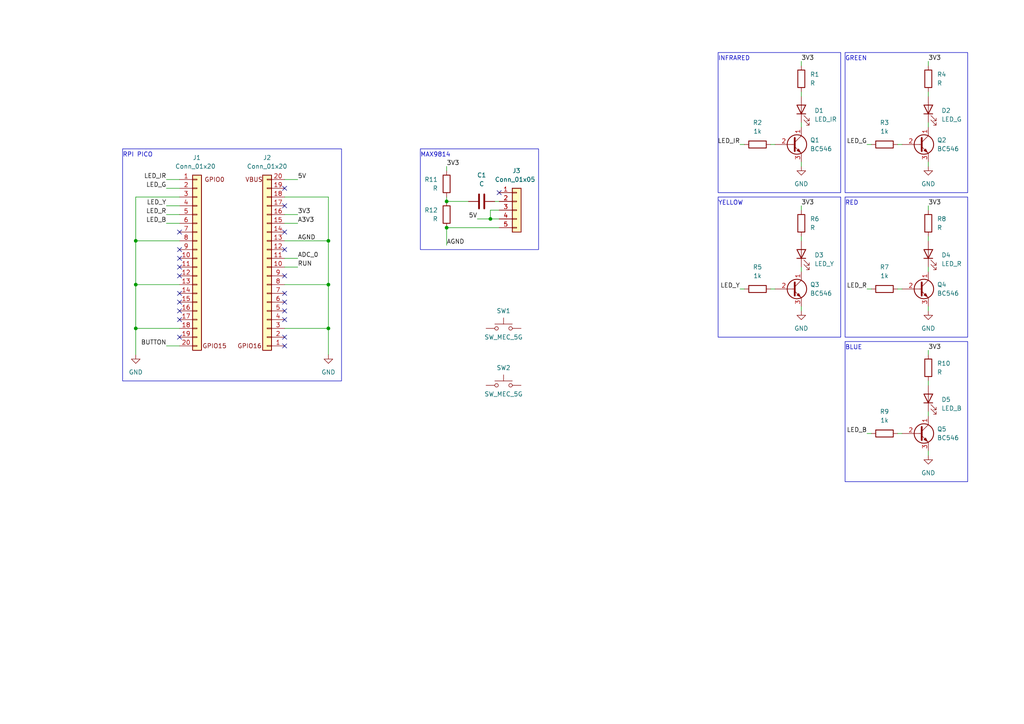
<source format=kicad_sch>
(kicad_sch (version 20230121) (generator eeschema)

  (uuid 9c564564-cef4-417e-8ef1-c427e71aec24)

  (paper "A4")

  (lib_symbols
    (symbol "Conn_01x20_1" (pin_names (offset 1.016) hide) (in_bom yes) (on_board yes)
      (property "Reference" "J1" (at -1.27 29.21 0)
        (effects (font (size 1.27 1.27)) (justify left))
      )
      (property "Value" "Conn_01x20" (at -6.35 26.67 0)
        (effects (font (size 1.27 1.27)) (justify left))
      )
      (property "Footprint" "Connector_PinSocket_2.54mm:PinSocket_1x20_P2.54mm_Vertical" (at 0 0 0)
        (effects (font (size 1.27 1.27)) hide)
      )
      (property "Datasheet" "~" (at 0 0 0)
        (effects (font (size 1.27 1.27)) hide)
      )
      (property "ki_keywords" "connector" (at 0 0 0)
        (effects (font (size 1.27 1.27)) hide)
      )
      (property "ki_description" "Generic connector, single row, 01x20, script generated (kicad-library-utils/schlib/autogen/connector/)" (at 0 0 0)
        (effects (font (size 1.27 1.27)) hide)
      )
      (property "ki_fp_filters" "Connector*:*_1x??_*" (at 0 0 0)
        (effects (font (size 1.27 1.27)) hide)
      )
      (symbol "Conn_01x20_1_1_1"
        (rectangle (start -1.27 -25.273) (end 0 -25.527)
          (stroke (width 0.1524) (type default))
          (fill (type none))
        )
        (rectangle (start -1.27 -22.733) (end 0 -22.987)
          (stroke (width 0.1524) (type default))
          (fill (type none))
        )
        (rectangle (start -1.27 -20.193) (end 0 -20.447)
          (stroke (width 0.1524) (type default))
          (fill (type none))
        )
        (rectangle (start -1.27 -17.653) (end 0 -17.907)
          (stroke (width 0.1524) (type default))
          (fill (type none))
        )
        (rectangle (start -1.27 -15.113) (end 0 -15.367)
          (stroke (width 0.1524) (type default))
          (fill (type none))
        )
        (rectangle (start -1.27 -12.573) (end 0 -12.827)
          (stroke (width 0.1524) (type default))
          (fill (type none))
        )
        (rectangle (start -1.27 -10.033) (end 0 -10.287)
          (stroke (width 0.1524) (type default))
          (fill (type none))
        )
        (rectangle (start -1.27 -7.493) (end 0 -7.747)
          (stroke (width 0.1524) (type default))
          (fill (type none))
        )
        (rectangle (start -1.27 -4.953) (end 0 -5.207)
          (stroke (width 0.1524) (type default))
          (fill (type none))
        )
        (rectangle (start -1.27 -2.413) (end 0 -2.667)
          (stroke (width 0.1524) (type default))
          (fill (type none))
        )
        (rectangle (start -1.27 0.127) (end 0 -0.127)
          (stroke (width 0.1524) (type default))
          (fill (type none))
        )
        (rectangle (start -1.27 2.667) (end 0 2.413)
          (stroke (width 0.1524) (type default))
          (fill (type none))
        )
        (rectangle (start -1.27 5.207) (end 0 4.953)
          (stroke (width 0.1524) (type default))
          (fill (type none))
        )
        (rectangle (start -1.27 7.747) (end 0 7.493)
          (stroke (width 0.1524) (type default))
          (fill (type none))
        )
        (rectangle (start -1.27 10.287) (end 0 10.033)
          (stroke (width 0.1524) (type default))
          (fill (type none))
        )
        (rectangle (start -1.27 12.827) (end 0 12.573)
          (stroke (width 0.1524) (type default))
          (fill (type none))
        )
        (rectangle (start -1.27 15.367) (end 0 15.113)
          (stroke (width 0.1524) (type default))
          (fill (type none))
        )
        (rectangle (start -1.27 17.907) (end 0 17.653)
          (stroke (width 0.1524) (type default))
          (fill (type none))
        )
        (rectangle (start -1.27 20.447) (end 0 20.193)
          (stroke (width 0.1524) (type default))
          (fill (type none))
        )
        (rectangle (start -1.27 22.987) (end 0 22.733)
          (stroke (width 0.1524) (type default))
          (fill (type none))
        )
        (rectangle (start -1.27 24.13) (end 1.27 -26.67)
          (stroke (width 0.254) (type default))
          (fill (type background))
        )
        (text "GPIO0\n" (at 5.08 22.86 0)
          (effects (font (size 1.27 1.27)))
        )
        (text "GPIO15" (at 5.08 -25.4 0)
          (effects (font (size 1.27 1.27)))
        )
        (pin passive line (at -5.08 22.86 0) (length 3.81)
          (name "Pin_1" (effects (font (size 1.27 1.27))))
          (number "1" (effects (font (size 1.27 1.27))))
        )
        (pin passive line (at -5.08 0 0) (length 3.81)
          (name "Pin_10" (effects (font (size 1.27 1.27))))
          (number "10" (effects (font (size 1.27 1.27))))
        )
        (pin passive line (at -5.08 -2.54 0) (length 3.81)
          (name "Pin_11" (effects (font (size 1.27 1.27))))
          (number "11" (effects (font (size 1.27 1.27))))
        )
        (pin passive line (at -5.08 -5.08 0) (length 3.81)
          (name "Pin_12" (effects (font (size 1.27 1.27))))
          (number "12" (effects (font (size 1.27 1.27))))
        )
        (pin passive line (at -5.08 -7.62 0) (length 3.81)
          (name "Pin_13" (effects (font (size 1.27 1.27))))
          (number "13" (effects (font (size 1.27 1.27))))
        )
        (pin passive line (at -5.08 -10.16 0) (length 3.81)
          (name "Pin_14" (effects (font (size 1.27 1.27))))
          (number "14" (effects (font (size 1.27 1.27))))
        )
        (pin passive line (at -5.08 -12.7 0) (length 3.81)
          (name "Pin_15" (effects (font (size 1.27 1.27))))
          (number "15" (effects (font (size 1.27 1.27))))
        )
        (pin passive line (at -5.08 -15.24 0) (length 3.81)
          (name "Pin_16" (effects (font (size 1.27 1.27))))
          (number "16" (effects (font (size 1.27 1.27))))
        )
        (pin passive line (at -5.08 -17.78 0) (length 3.81)
          (name "Pin_17" (effects (font (size 1.27 1.27))))
          (number "17" (effects (font (size 1.27 1.27))))
        )
        (pin passive line (at -5.08 -20.32 0) (length 3.81)
          (name "Pin_18" (effects (font (size 1.27 1.27))))
          (number "18" (effects (font (size 1.27 1.27))))
        )
        (pin passive line (at -5.08 -22.86 0) (length 3.81)
          (name "Pin_19" (effects (font (size 1.27 1.27))))
          (number "19" (effects (font (size 1.27 1.27))))
        )
        (pin passive line (at -5.08 20.32 0) (length 3.81)
          (name "Pin_2" (effects (font (size 1.27 1.27))))
          (number "2" (effects (font (size 1.27 1.27))))
        )
        (pin passive line (at -5.08 -25.4 0) (length 3.81)
          (name "Pin_20" (effects (font (size 1.27 1.27))))
          (number "20" (effects (font (size 1.27 1.27))))
        )
        (pin passive line (at -5.08 17.78 0) (length 3.81)
          (name "Pin_3" (effects (font (size 1.27 1.27))))
          (number "3" (effects (font (size 1.27 1.27))))
        )
        (pin passive line (at -5.08 15.24 0) (length 3.81)
          (name "Pin_4" (effects (font (size 1.27 1.27))))
          (number "4" (effects (font (size 1.27 1.27))))
        )
        (pin passive line (at -5.08 12.7 0) (length 3.81)
          (name "Pin_5" (effects (font (size 1.27 1.27))))
          (number "5" (effects (font (size 1.27 1.27))))
        )
        (pin passive line (at -5.08 10.16 0) (length 3.81)
          (name "Pin_6" (effects (font (size 1.27 1.27))))
          (number "6" (effects (font (size 1.27 1.27))))
        )
        (pin passive line (at -5.08 7.62 0) (length 3.81)
          (name "Pin_7" (effects (font (size 1.27 1.27))))
          (number "7" (effects (font (size 1.27 1.27))))
        )
        (pin passive line (at -5.08 5.08 0) (length 3.81)
          (name "Pin_8" (effects (font (size 1.27 1.27))))
          (number "8" (effects (font (size 1.27 1.27))))
        )
        (pin passive line (at -5.08 2.54 0) (length 3.81)
          (name "Pin_9" (effects (font (size 1.27 1.27))))
          (number "9" (effects (font (size 1.27 1.27))))
        )
      )
    )
    (symbol "Connector_Generic:Conn_01x05" (pin_names (offset 1.016) hide) (in_bom yes) (on_board yes)
      (property "Reference" "J" (at 0 7.62 0)
        (effects (font (size 1.27 1.27)))
      )
      (property "Value" "Conn_01x05" (at 0 -7.62 0)
        (effects (font (size 1.27 1.27)))
      )
      (property "Footprint" "" (at 0 0 0)
        (effects (font (size 1.27 1.27)) hide)
      )
      (property "Datasheet" "~" (at 0 0 0)
        (effects (font (size 1.27 1.27)) hide)
      )
      (property "ki_keywords" "connector" (at 0 0 0)
        (effects (font (size 1.27 1.27)) hide)
      )
      (property "ki_description" "Generic connector, single row, 01x05, script generated (kicad-library-utils/schlib/autogen/connector/)" (at 0 0 0)
        (effects (font (size 1.27 1.27)) hide)
      )
      (property "ki_fp_filters" "Connector*:*_1x??_*" (at 0 0 0)
        (effects (font (size 1.27 1.27)) hide)
      )
      (symbol "Conn_01x05_1_1"
        (rectangle (start -1.27 -4.953) (end 0 -5.207)
          (stroke (width 0.1524) (type default))
          (fill (type none))
        )
        (rectangle (start -1.27 -2.413) (end 0 -2.667)
          (stroke (width 0.1524) (type default))
          (fill (type none))
        )
        (rectangle (start -1.27 0.127) (end 0 -0.127)
          (stroke (width 0.1524) (type default))
          (fill (type none))
        )
        (rectangle (start -1.27 2.667) (end 0 2.413)
          (stroke (width 0.1524) (type default))
          (fill (type none))
        )
        (rectangle (start -1.27 5.207) (end 0 4.953)
          (stroke (width 0.1524) (type default))
          (fill (type none))
        )
        (rectangle (start -1.27 6.35) (end 1.27 -6.35)
          (stroke (width 0.254) (type default))
          (fill (type background))
        )
        (pin passive line (at -5.08 5.08 0) (length 3.81)
          (name "Pin_1" (effects (font (size 1.27 1.27))))
          (number "1" (effects (font (size 1.27 1.27))))
        )
        (pin passive line (at -5.08 2.54 0) (length 3.81)
          (name "Pin_2" (effects (font (size 1.27 1.27))))
          (number "2" (effects (font (size 1.27 1.27))))
        )
        (pin passive line (at -5.08 0 0) (length 3.81)
          (name "Pin_3" (effects (font (size 1.27 1.27))))
          (number "3" (effects (font (size 1.27 1.27))))
        )
        (pin passive line (at -5.08 -2.54 0) (length 3.81)
          (name "Pin_4" (effects (font (size 1.27 1.27))))
          (number "4" (effects (font (size 1.27 1.27))))
        )
        (pin passive line (at -5.08 -5.08 0) (length 3.81)
          (name "Pin_5" (effects (font (size 1.27 1.27))))
          (number "5" (effects (font (size 1.27 1.27))))
        )
      )
    )
    (symbol "Connector_Generic:Conn_01x20" (pin_names (offset 1.016) hide) (in_bom yes) (on_board yes)
      (property "Reference" "J2" (at 0 -31.75 0)
        (effects (font (size 1.27 1.27)))
      )
      (property "Value" "Conn_01x20" (at 0 -29.21 0)
        (effects (font (size 1.27 1.27)))
      )
      (property "Footprint" "Connector_PinSocket_2.54mm:PinSocket_1x20_P2.54mm_Vertical" (at 0 0 0)
        (effects (font (size 1.27 1.27)) hide)
      )
      (property "Datasheet" "~" (at 0 0 0)
        (effects (font (size 1.27 1.27)) hide)
      )
      (property "ki_keywords" "connector" (at 0 0 0)
        (effects (font (size 1.27 1.27)) hide)
      )
      (property "ki_description" "Generic connector, single row, 01x20, script generated (kicad-library-utils/schlib/autogen/connector/)" (at 0 0 0)
        (effects (font (size 1.27 1.27)) hide)
      )
      (property "ki_fp_filters" "Connector*:*_1x??_*" (at 0 0 0)
        (effects (font (size 1.27 1.27)) hide)
      )
      (symbol "Conn_01x20_1_1"
        (rectangle (start -1.27 -25.273) (end 0 -25.527)
          (stroke (width 0.1524) (type default))
          (fill (type none))
        )
        (rectangle (start -1.27 -22.733) (end 0 -22.987)
          (stroke (width 0.1524) (type default))
          (fill (type none))
        )
        (rectangle (start -1.27 -20.193) (end 0 -20.447)
          (stroke (width 0.1524) (type default))
          (fill (type none))
        )
        (rectangle (start -1.27 -17.653) (end 0 -17.907)
          (stroke (width 0.1524) (type default))
          (fill (type none))
        )
        (rectangle (start -1.27 -15.113) (end 0 -15.367)
          (stroke (width 0.1524) (type default))
          (fill (type none))
        )
        (rectangle (start -1.27 -12.573) (end 0 -12.827)
          (stroke (width 0.1524) (type default))
          (fill (type none))
        )
        (rectangle (start -1.27 -10.033) (end 0 -10.287)
          (stroke (width 0.1524) (type default))
          (fill (type none))
        )
        (rectangle (start -1.27 -7.493) (end 0 -7.747)
          (stroke (width 0.1524) (type default))
          (fill (type none))
        )
        (rectangle (start -1.27 -4.953) (end 0 -5.207)
          (stroke (width 0.1524) (type default))
          (fill (type none))
        )
        (rectangle (start -1.27 -2.413) (end 0 -2.667)
          (stroke (width 0.1524) (type default))
          (fill (type none))
        )
        (rectangle (start -1.27 0.127) (end 0 -0.127)
          (stroke (width 0.1524) (type default))
          (fill (type none))
        )
        (rectangle (start -1.27 2.667) (end 0 2.413)
          (stroke (width 0.1524) (type default))
          (fill (type none))
        )
        (rectangle (start -1.27 5.207) (end 0 4.953)
          (stroke (width 0.1524) (type default))
          (fill (type none))
        )
        (rectangle (start -1.27 7.747) (end 0 7.493)
          (stroke (width 0.1524) (type default))
          (fill (type none))
        )
        (rectangle (start -1.27 10.287) (end 0 10.033)
          (stroke (width 0.1524) (type default))
          (fill (type none))
        )
        (rectangle (start -1.27 12.827) (end 0 12.573)
          (stroke (width 0.1524) (type default))
          (fill (type none))
        )
        (rectangle (start -1.27 15.367) (end 0 15.113)
          (stroke (width 0.1524) (type default))
          (fill (type none))
        )
        (rectangle (start -1.27 17.907) (end 0 17.653)
          (stroke (width 0.1524) (type default))
          (fill (type none))
        )
        (rectangle (start -1.27 20.447) (end 0 20.193)
          (stroke (width 0.1524) (type default))
          (fill (type none))
        )
        (rectangle (start -1.27 22.987) (end 0 22.733)
          (stroke (width 0.1524) (type default))
          (fill (type none))
        )
        (rectangle (start -1.27 24.13) (end 1.27 -26.67)
          (stroke (width 0.254) (type default))
          (fill (type background))
        )
        (text "GPIO16" (at 5.08 22.86 0)
          (effects (font (size 1.27 1.27)))
        )
        (text "VBUS\n" (at 3.81 -25.4 0)
          (effects (font (size 1.27 1.27)))
        )
        (pin passive line (at -5.08 22.86 0) (length 3.81)
          (name "Pin_1" (effects (font (size 1.27 1.27))))
          (number "1" (effects (font (size 1.27 1.27))))
        )
        (pin passive line (at -5.08 0 0) (length 3.81)
          (name "Pin_10" (effects (font (size 1.27 1.27))))
          (number "10" (effects (font (size 1.27 1.27))))
        )
        (pin passive line (at -5.08 -2.54 0) (length 3.81)
          (name "Pin_11" (effects (font (size 1.27 1.27))))
          (number "11" (effects (font (size 1.27 1.27))))
        )
        (pin passive line (at -5.08 -5.08 0) (length 3.81)
          (name "Pin_12" (effects (font (size 1.27 1.27))))
          (number "12" (effects (font (size 1.27 1.27))))
        )
        (pin passive line (at -5.08 -7.62 0) (length 3.81)
          (name "Pin_13" (effects (font (size 1.27 1.27))))
          (number "13" (effects (font (size 1.27 1.27))))
        )
        (pin passive line (at -5.08 -10.16 0) (length 3.81)
          (name "Pin_14" (effects (font (size 1.27 1.27))))
          (number "14" (effects (font (size 1.27 1.27))))
        )
        (pin passive line (at -5.08 -12.7 0) (length 3.81)
          (name "Pin_15" (effects (font (size 1.27 1.27))))
          (number "15" (effects (font (size 1.27 1.27))))
        )
        (pin passive line (at -5.08 -15.24 0) (length 3.81)
          (name "Pin_16" (effects (font (size 1.27 1.27))))
          (number "16" (effects (font (size 1.27 1.27))))
        )
        (pin passive line (at -5.08 -17.78 0) (length 3.81)
          (name "Pin_17" (effects (font (size 1.27 1.27))))
          (number "17" (effects (font (size 1.27 1.27))))
        )
        (pin passive line (at -5.08 -20.32 0) (length 3.81)
          (name "Pin_18" (effects (font (size 1.27 1.27))))
          (number "18" (effects (font (size 1.27 1.27))))
        )
        (pin passive line (at -5.08 -22.86 0) (length 3.81)
          (name "Pin_19" (effects (font (size 1.27 1.27))))
          (number "19" (effects (font (size 1.27 1.27))))
        )
        (pin passive line (at -5.08 20.32 0) (length 3.81)
          (name "Pin_2" (effects (font (size 1.27 1.27))))
          (number "2" (effects (font (size 1.27 1.27))))
        )
        (pin passive line (at -5.08 -25.4 0) (length 3.81)
          (name "Pin_20" (effects (font (size 1.27 1.27))))
          (number "20" (effects (font (size 1.27 1.27))))
        )
        (pin passive line (at -5.08 17.78 0) (length 3.81)
          (name "Pin_3" (effects (font (size 1.27 1.27))))
          (number "3" (effects (font (size 1.27 1.27))))
        )
        (pin passive line (at -5.08 15.24 0) (length 3.81)
          (name "Pin_4" (effects (font (size 1.27 1.27))))
          (number "4" (effects (font (size 1.27 1.27))))
        )
        (pin passive line (at -5.08 12.7 0) (length 3.81)
          (name "Pin_5" (effects (font (size 1.27 1.27))))
          (number "5" (effects (font (size 1.27 1.27))))
        )
        (pin passive line (at -5.08 10.16 0) (length 3.81)
          (name "Pin_6" (effects (font (size 1.27 1.27))))
          (number "6" (effects (font (size 1.27 1.27))))
        )
        (pin passive line (at -5.08 7.62 0) (length 3.81)
          (name "Pin_7" (effects (font (size 1.27 1.27))))
          (number "7" (effects (font (size 1.27 1.27))))
        )
        (pin passive line (at -5.08 5.08 0) (length 3.81)
          (name "Pin_8" (effects (font (size 1.27 1.27))))
          (number "8" (effects (font (size 1.27 1.27))))
        )
        (pin passive line (at -5.08 2.54 0) (length 3.81)
          (name "Pin_9" (effects (font (size 1.27 1.27))))
          (number "9" (effects (font (size 1.27 1.27))))
        )
      )
    )
    (symbol "Device:C" (pin_numbers hide) (pin_names (offset 0.254)) (in_bom yes) (on_board yes)
      (property "Reference" "C" (at 0.635 2.54 0)
        (effects (font (size 1.27 1.27)) (justify left))
      )
      (property "Value" "C" (at 0.635 -2.54 0)
        (effects (font (size 1.27 1.27)) (justify left))
      )
      (property "Footprint" "" (at 0.9652 -3.81 0)
        (effects (font (size 1.27 1.27)) hide)
      )
      (property "Datasheet" "~" (at 0 0 0)
        (effects (font (size 1.27 1.27)) hide)
      )
      (property "ki_keywords" "cap capacitor" (at 0 0 0)
        (effects (font (size 1.27 1.27)) hide)
      )
      (property "ki_description" "Unpolarized capacitor" (at 0 0 0)
        (effects (font (size 1.27 1.27)) hide)
      )
      (property "ki_fp_filters" "C_*" (at 0 0 0)
        (effects (font (size 1.27 1.27)) hide)
      )
      (symbol "C_0_1"
        (polyline
          (pts
            (xy -2.032 -0.762)
            (xy 2.032 -0.762)
          )
          (stroke (width 0.508) (type default))
          (fill (type none))
        )
        (polyline
          (pts
            (xy -2.032 0.762)
            (xy 2.032 0.762)
          )
          (stroke (width 0.508) (type default))
          (fill (type none))
        )
      )
      (symbol "C_1_1"
        (pin passive line (at 0 3.81 270) (length 2.794)
          (name "~" (effects (font (size 1.27 1.27))))
          (number "1" (effects (font (size 1.27 1.27))))
        )
        (pin passive line (at 0 -3.81 90) (length 2.794)
          (name "~" (effects (font (size 1.27 1.27))))
          (number "2" (effects (font (size 1.27 1.27))))
        )
      )
    )
    (symbol "Device:LED" (pin_numbers hide) (pin_names (offset 1.016) hide) (in_bom yes) (on_board yes)
      (property "Reference" "D" (at 0 2.54 0)
        (effects (font (size 1.27 1.27)))
      )
      (property "Value" "LED" (at 0 -2.54 0)
        (effects (font (size 1.27 1.27)))
      )
      (property "Footprint" "" (at 0 0 0)
        (effects (font (size 1.27 1.27)) hide)
      )
      (property "Datasheet" "~" (at 0 0 0)
        (effects (font (size 1.27 1.27)) hide)
      )
      (property "ki_keywords" "LED diode" (at 0 0 0)
        (effects (font (size 1.27 1.27)) hide)
      )
      (property "ki_description" "Light emitting diode" (at 0 0 0)
        (effects (font (size 1.27 1.27)) hide)
      )
      (property "ki_fp_filters" "LED* LED_SMD:* LED_THT:*" (at 0 0 0)
        (effects (font (size 1.27 1.27)) hide)
      )
      (symbol "LED_0_1"
        (polyline
          (pts
            (xy -1.27 -1.27)
            (xy -1.27 1.27)
          )
          (stroke (width 0.254) (type default))
          (fill (type none))
        )
        (polyline
          (pts
            (xy -1.27 0)
            (xy 1.27 0)
          )
          (stroke (width 0) (type default))
          (fill (type none))
        )
        (polyline
          (pts
            (xy 1.27 -1.27)
            (xy 1.27 1.27)
            (xy -1.27 0)
            (xy 1.27 -1.27)
          )
          (stroke (width 0.254) (type default))
          (fill (type none))
        )
        (polyline
          (pts
            (xy -3.048 -0.762)
            (xy -4.572 -2.286)
            (xy -3.81 -2.286)
            (xy -4.572 -2.286)
            (xy -4.572 -1.524)
          )
          (stroke (width 0) (type default))
          (fill (type none))
        )
        (polyline
          (pts
            (xy -1.778 -0.762)
            (xy -3.302 -2.286)
            (xy -2.54 -2.286)
            (xy -3.302 -2.286)
            (xy -3.302 -1.524)
          )
          (stroke (width 0) (type default))
          (fill (type none))
        )
      )
      (symbol "LED_1_1"
        (pin passive line (at -3.81 0 0) (length 2.54)
          (name "K" (effects (font (size 1.27 1.27))))
          (number "1" (effects (font (size 1.27 1.27))))
        )
        (pin passive line (at 3.81 0 180) (length 2.54)
          (name "A" (effects (font (size 1.27 1.27))))
          (number "2" (effects (font (size 1.27 1.27))))
        )
      )
    )
    (symbol "Device:R" (pin_numbers hide) (pin_names (offset 0)) (in_bom yes) (on_board yes)
      (property "Reference" "R" (at 2.032 0 90)
        (effects (font (size 1.27 1.27)))
      )
      (property "Value" "R" (at 0 0 90)
        (effects (font (size 1.27 1.27)))
      )
      (property "Footprint" "" (at -1.778 0 90)
        (effects (font (size 1.27 1.27)) hide)
      )
      (property "Datasheet" "~" (at 0 0 0)
        (effects (font (size 1.27 1.27)) hide)
      )
      (property "ki_keywords" "R res resistor" (at 0 0 0)
        (effects (font (size 1.27 1.27)) hide)
      )
      (property "ki_description" "Resistor" (at 0 0 0)
        (effects (font (size 1.27 1.27)) hide)
      )
      (property "ki_fp_filters" "R_*" (at 0 0 0)
        (effects (font (size 1.27 1.27)) hide)
      )
      (symbol "R_0_1"
        (rectangle (start -1.016 -2.54) (end 1.016 2.54)
          (stroke (width 0.254) (type default))
          (fill (type none))
        )
      )
      (symbol "R_1_1"
        (pin passive line (at 0 3.81 270) (length 1.27)
          (name "~" (effects (font (size 1.27 1.27))))
          (number "1" (effects (font (size 1.27 1.27))))
        )
        (pin passive line (at 0 -3.81 90) (length 1.27)
          (name "~" (effects (font (size 1.27 1.27))))
          (number "2" (effects (font (size 1.27 1.27))))
        )
      )
    )
    (symbol "Switch:SW_MEC_5G" (pin_numbers hide) (pin_names (offset 1.016) hide) (in_bom yes) (on_board yes)
      (property "Reference" "SW" (at 1.27 2.54 0)
        (effects (font (size 1.27 1.27)) (justify left))
      )
      (property "Value" "SW_MEC_5G" (at 0 -1.524 0)
        (effects (font (size 1.27 1.27)))
      )
      (property "Footprint" "" (at 0 5.08 0)
        (effects (font (size 1.27 1.27)) hide)
      )
      (property "Datasheet" "http://www.apem.com/int/index.php?controller=attachment&id_attachment=488" (at 0 5.08 0)
        (effects (font (size 1.27 1.27)) hide)
      )
      (property "ki_keywords" "switch normally-open pushbutton push-button" (at 0 0 0)
        (effects (font (size 1.27 1.27)) hide)
      )
      (property "ki_description" "MEC 5G single pole normally-open tactile switch" (at 0 0 0)
        (effects (font (size 1.27 1.27)) hide)
      )
      (property "ki_fp_filters" "SW*MEC*5G*" (at 0 0 0)
        (effects (font (size 1.27 1.27)) hide)
      )
      (symbol "SW_MEC_5G_0_1"
        (circle (center -2.032 0) (radius 0.508)
          (stroke (width 0) (type default))
          (fill (type none))
        )
        (polyline
          (pts
            (xy 0 1.27)
            (xy 0 3.048)
          )
          (stroke (width 0) (type default))
          (fill (type none))
        )
        (polyline
          (pts
            (xy 2.54 1.27)
            (xy -2.54 1.27)
          )
          (stroke (width 0) (type default))
          (fill (type none))
        )
        (circle (center 2.032 0) (radius 0.508)
          (stroke (width 0) (type default))
          (fill (type none))
        )
        (pin passive line (at -5.08 0 0) (length 2.54)
          (name "A" (effects (font (size 1.27 1.27))))
          (number "1" (effects (font (size 1.27 1.27))))
        )
        (pin passive line (at 5.08 0 180) (length 2.54)
          (name "B" (effects (font (size 1.27 1.27))))
          (number "3" (effects (font (size 1.27 1.27))))
        )
      )
      (symbol "SW_MEC_5G_1_1"
        (pin passive line (at -5.08 0 0) (length 2.54) hide
          (name "A" (effects (font (size 1.27 1.27))))
          (number "2" (effects (font (size 1.27 1.27))))
        )
        (pin passive line (at 5.08 0 180) (length 2.54) hide
          (name "B" (effects (font (size 1.27 1.27))))
          (number "4" (effects (font (size 1.27 1.27))))
        )
      )
    )
    (symbol "Transistor_BJT:BC546" (pin_names (offset 0) hide) (in_bom yes) (on_board yes)
      (property "Reference" "Q" (at 5.08 1.905 0)
        (effects (font (size 1.27 1.27)) (justify left))
      )
      (property "Value" "BC546" (at 5.08 0 0)
        (effects (font (size 1.27 1.27)) (justify left))
      )
      (property "Footprint" "Package_TO_SOT_THT:TO-92_Inline" (at 5.08 -1.905 0)
        (effects (font (size 1.27 1.27) italic) (justify left) hide)
      )
      (property "Datasheet" "https://www.onsemi.com/pub/Collateral/BC550-D.pdf" (at 0 0 0)
        (effects (font (size 1.27 1.27)) (justify left) hide)
      )
      (property "ki_keywords" "NPN Transistor" (at 0 0 0)
        (effects (font (size 1.27 1.27)) hide)
      )
      (property "ki_description" "0.1A Ic, 65V Vce, Small Signal NPN Transistor, TO-92" (at 0 0 0)
        (effects (font (size 1.27 1.27)) hide)
      )
      (property "ki_fp_filters" "TO?92*" (at 0 0 0)
        (effects (font (size 1.27 1.27)) hide)
      )
      (symbol "BC546_0_1"
        (polyline
          (pts
            (xy 0 0)
            (xy 0.635 0)
          )
          (stroke (width 0) (type default))
          (fill (type none))
        )
        (polyline
          (pts
            (xy 0.635 0.635)
            (xy 2.54 2.54)
          )
          (stroke (width 0) (type default))
          (fill (type none))
        )
        (polyline
          (pts
            (xy 0.635 -0.635)
            (xy 2.54 -2.54)
            (xy 2.54 -2.54)
          )
          (stroke (width 0) (type default))
          (fill (type none))
        )
        (polyline
          (pts
            (xy 0.635 1.905)
            (xy 0.635 -1.905)
            (xy 0.635 -1.905)
          )
          (stroke (width 0.508) (type default))
          (fill (type none))
        )
        (polyline
          (pts
            (xy 1.27 -1.778)
            (xy 1.778 -1.27)
            (xy 2.286 -2.286)
            (xy 1.27 -1.778)
            (xy 1.27 -1.778)
          )
          (stroke (width 0) (type default))
          (fill (type outline))
        )
        (circle (center 1.27 0) (radius 2.8194)
          (stroke (width 0.254) (type default))
          (fill (type none))
        )
      )
      (symbol "BC546_1_1"
        (pin passive line (at 2.54 5.08 270) (length 2.54)
          (name "C" (effects (font (size 1.27 1.27))))
          (number "1" (effects (font (size 1.27 1.27))))
        )
        (pin input line (at -5.08 0 0) (length 5.08)
          (name "B" (effects (font (size 1.27 1.27))))
          (number "2" (effects (font (size 1.27 1.27))))
        )
        (pin passive line (at 2.54 -5.08 90) (length 2.54)
          (name "E" (effects (font (size 1.27 1.27))))
          (number "3" (effects (font (size 1.27 1.27))))
        )
      )
    )
    (symbol "power:GND" (power) (pin_names (offset 0)) (in_bom yes) (on_board yes)
      (property "Reference" "#PWR" (at 0 -6.35 0)
        (effects (font (size 1.27 1.27)) hide)
      )
      (property "Value" "GND" (at 0 -3.81 0)
        (effects (font (size 1.27 1.27)))
      )
      (property "Footprint" "" (at 0 0 0)
        (effects (font (size 1.27 1.27)) hide)
      )
      (property "Datasheet" "" (at 0 0 0)
        (effects (font (size 1.27 1.27)) hide)
      )
      (property "ki_keywords" "global power" (at 0 0 0)
        (effects (font (size 1.27 1.27)) hide)
      )
      (property "ki_description" "Power symbol creates a global label with name \"GND\" , ground" (at 0 0 0)
        (effects (font (size 1.27 1.27)) hide)
      )
      (symbol "GND_0_1"
        (polyline
          (pts
            (xy 0 0)
            (xy 0 -1.27)
            (xy 1.27 -1.27)
            (xy 0 -2.54)
            (xy -1.27 -1.27)
            (xy 0 -1.27)
          )
          (stroke (width 0) (type default))
          (fill (type none))
        )
      )
      (symbol "GND_1_1"
        (pin power_in line (at 0 0 270) (length 0) hide
          (name "GND" (effects (font (size 1.27 1.27))))
          (number "1" (effects (font (size 1.27 1.27))))
        )
      )
    )
  )

  (junction (at 129.54 66.04) (diameter 0) (color 0 0 0 0)
    (uuid 1d2a2226-7e95-445e-b1ed-dadc9f2fb6bc)
  )
  (junction (at 142.24 63.5) (diameter 0) (color 0 0 0 0)
    (uuid 21c5d496-f0c4-47d6-8b55-f904f0b47b7a)
  )
  (junction (at 39.37 95.25) (diameter 0) (color 0 0 0 0)
    (uuid 2a54acf5-4b3d-4859-af4f-180c6aee22e6)
  )
  (junction (at 95.25 82.55) (diameter 0) (color 0 0 0 0)
    (uuid 482c50dd-957e-4215-baa7-68ebf1d7b647)
  )
  (junction (at 95.25 95.25) (diameter 0) (color 0 0 0 0)
    (uuid 871a4d00-9339-4041-8b05-35a44adbdb49)
  )
  (junction (at 129.54 58.42) (diameter 0) (color 0 0 0 0)
    (uuid 97713928-e1b5-44f0-9d22-c2854b70cef8)
  )
  (junction (at 39.37 82.55) (diameter 0) (color 0 0 0 0)
    (uuid 9d07e3d7-b1ba-4919-a341-d7e3f5f8f07d)
  )
  (junction (at 39.37 69.85) (diameter 0) (color 0 0 0 0)
    (uuid d36a8c05-cc42-4b75-9a42-19bda8044b38)
  )
  (junction (at 95.25 69.85) (diameter 0) (color 0 0 0 0)
    (uuid febb4fa5-8d26-491b-bc93-7a515270159e)
  )

  (no_connect (at 82.55 100.33) (uuid 08c39e50-43bf-4671-bed5-c9818f5f17d0))
  (no_connect (at 82.55 54.61) (uuid 1616d821-92a4-4b3a-9c2c-297199c1b808))
  (no_connect (at 52.07 80.01) (uuid 219840ca-55bf-4c49-95ff-bd34eea778ce))
  (no_connect (at 52.07 97.79) (uuid 21c5a52a-6a5b-4b4b-8d0f-127ceccba147))
  (no_connect (at 82.55 90.17) (uuid 29fbc369-0885-4c0f-8b1a-dea88f470652))
  (no_connect (at 52.07 67.31) (uuid 2ed437f4-0225-40f8-91df-4103a95d2538))
  (no_connect (at 52.07 90.17) (uuid 386d4bf6-4b69-4a2e-a49d-8a96f62a376a))
  (no_connect (at 82.55 85.09) (uuid 419e3431-1b7a-4dca-a796-2c91dc4faeb6))
  (no_connect (at 82.55 92.71) (uuid 4bb87576-602b-4046-a358-28455cac1af0))
  (no_connect (at 52.07 85.09) (uuid 6a8bab04-cb9f-495f-a77d-8d7a2c3b9ea2))
  (no_connect (at 82.55 72.39) (uuid 6eeaef65-9507-492f-bcf2-539e1505ca01))
  (no_connect (at 52.07 72.39) (uuid 74de1adb-e3d0-48d5-b3b1-1aeb79992950))
  (no_connect (at 82.55 87.63) (uuid 769dbaaa-9625-41c8-9c58-3460ff70c02b))
  (no_connect (at 144.78 55.88) (uuid 8b6d50e9-b6c7-4bf2-8357-6064bc77d771))
  (no_connect (at 52.07 74.93) (uuid 8ca5e0aa-dff7-4a83-8002-85180ebe7234))
  (no_connect (at 82.55 67.31) (uuid 8cd26449-be59-4011-9056-dc4271e24024))
  (no_connect (at 82.55 80.01) (uuid 9c1dfde3-70f2-41d1-918f-bb1022190ffe))
  (no_connect (at 52.07 92.71) (uuid ae3b6f61-cd0d-4d1b-bd8f-7176934d16e6))
  (no_connect (at 82.55 59.69) (uuid b8538b8b-1151-4025-bbde-566c6e31771f))
  (no_connect (at 52.07 77.47) (uuid bb878571-368d-42af-9368-22de731026f3))
  (no_connect (at 52.07 87.63) (uuid c63c0eb5-cbb0-4b44-99a5-7d4ce18c6f67))
  (no_connect (at 82.55 97.79) (uuid ca2d1a72-8f69-4e08-a8d1-f7480063b4cf))

  (wire (pts (xy 269.24 17.78) (xy 269.24 19.05))
    (stroke (width 0) (type default))
    (uuid 008a3e99-a42f-45cd-946e-29cb3cc30293)
  )
  (wire (pts (xy 260.35 83.82) (xy 261.62 83.82))
    (stroke (width 0) (type default))
    (uuid 042d8850-1aba-41c9-a6ec-7e44cad55500)
  )
  (wire (pts (xy 269.24 26.67) (xy 269.24 27.94))
    (stroke (width 0) (type default))
    (uuid 0646f741-e50b-4d06-8ef4-407af60a6e92)
  )
  (wire (pts (xy 129.54 48.26) (xy 129.54 49.53))
    (stroke (width 0) (type default))
    (uuid 07956f17-601b-4441-89c6-8cd736568488)
  )
  (wire (pts (xy 48.26 100.33) (xy 52.07 100.33))
    (stroke (width 0) (type default))
    (uuid 0b5c4337-c4e4-43cc-91ae-81396ec5cce3)
  )
  (wire (pts (xy 144.78 60.96) (xy 142.24 60.96))
    (stroke (width 0) (type default))
    (uuid 131cfe60-f837-4e02-8e6e-ce6f209576a7)
  )
  (wire (pts (xy 95.25 69.85) (xy 95.25 82.55))
    (stroke (width 0) (type default))
    (uuid 135f9f6f-2758-4189-9926-3920dac1f1f4)
  )
  (wire (pts (xy 269.24 110.49) (xy 269.24 111.76))
    (stroke (width 0) (type default))
    (uuid 1608c623-dd98-4191-95cf-0ba371f6ec07)
  )
  (wire (pts (xy 269.24 77.47) (xy 269.24 78.74))
    (stroke (width 0) (type default))
    (uuid 1cc3ca06-add6-4ea7-a3fb-ee6b6a9c9669)
  )
  (wire (pts (xy 269.24 101.6) (xy 269.24 102.87))
    (stroke (width 0) (type default))
    (uuid 24f77a3e-d437-4ecd-8a1c-663977979009)
  )
  (wire (pts (xy 129.54 66.04) (xy 144.78 66.04))
    (stroke (width 0) (type default))
    (uuid 252e9917-2e83-420d-88f5-5f254b492fa2)
  )
  (wire (pts (xy 135.89 58.42) (xy 129.54 58.42))
    (stroke (width 0) (type default))
    (uuid 28d2c7f3-1f66-49ec-a686-db5e31635cbe)
  )
  (wire (pts (xy 269.24 35.56) (xy 269.24 36.83))
    (stroke (width 0) (type default))
    (uuid 2fbead7a-febc-4562-8f0e-29c1194ac095)
  )
  (wire (pts (xy 142.24 60.96) (xy 142.24 63.5))
    (stroke (width 0) (type default))
    (uuid 3184f5cf-2728-487e-b37a-7599825e13f2)
  )
  (wire (pts (xy 251.46 83.82) (xy 252.73 83.82))
    (stroke (width 0) (type default))
    (uuid 370f2943-aa76-49fc-89a8-d91ef170d203)
  )
  (wire (pts (xy 39.37 69.85) (xy 39.37 82.55))
    (stroke (width 0) (type default))
    (uuid 3f4dfd25-182c-42da-bdd2-e5622db29db1)
  )
  (wire (pts (xy 82.55 74.93) (xy 86.36 74.93))
    (stroke (width 0) (type default))
    (uuid 4278ac2b-755b-4d7e-8a02-56a2fc9eaec9)
  )
  (wire (pts (xy 82.55 69.85) (xy 95.25 69.85))
    (stroke (width 0) (type default))
    (uuid 49c9c38a-c010-4612-8737-0cc897993c9c)
  )
  (wire (pts (xy 82.55 64.77) (xy 86.36 64.77))
    (stroke (width 0) (type default))
    (uuid 4b98158e-7477-41fc-acfa-03efb81fb3ba)
  )
  (wire (pts (xy 232.41 35.56) (xy 232.41 36.83))
    (stroke (width 0) (type default))
    (uuid 4e775a18-729a-4edb-852b-d9a622421e7f)
  )
  (wire (pts (xy 39.37 82.55) (xy 39.37 95.25))
    (stroke (width 0) (type default))
    (uuid 579176d7-b31b-428d-80e5-680ed6de2d44)
  )
  (wire (pts (xy 223.52 83.82) (xy 224.79 83.82))
    (stroke (width 0) (type default))
    (uuid 58907d40-6dca-4778-8e0e-4524d383efaa)
  )
  (wire (pts (xy 39.37 95.25) (xy 52.07 95.25))
    (stroke (width 0) (type default))
    (uuid 5a9f70e1-3a76-4764-931c-10b5f769e3b2)
  )
  (wire (pts (xy 39.37 57.15) (xy 39.37 69.85))
    (stroke (width 0) (type default))
    (uuid 64aa2e99-2374-441e-86f3-f2d436599361)
  )
  (wire (pts (xy 82.55 95.25) (xy 95.25 95.25))
    (stroke (width 0) (type default))
    (uuid 68d25413-7297-4b5d-b608-c4393bbec61f)
  )
  (wire (pts (xy 232.41 88.9) (xy 232.41 90.17))
    (stroke (width 0) (type default))
    (uuid 69c85412-3990-4d3d-9e2b-6276b00aca64)
  )
  (wire (pts (xy 39.37 69.85) (xy 52.07 69.85))
    (stroke (width 0) (type default))
    (uuid 6e9990a9-69cd-4037-ae22-8afb380f45d8)
  )
  (wire (pts (xy 48.26 62.23) (xy 52.07 62.23))
    (stroke (width 0) (type default))
    (uuid 711b237f-53c7-4e8b-9753-06f631378974)
  )
  (wire (pts (xy 82.55 82.55) (xy 95.25 82.55))
    (stroke (width 0) (type default))
    (uuid 744d57eb-9d25-463e-991b-c6afa6615bdf)
  )
  (wire (pts (xy 232.41 59.69) (xy 232.41 60.96))
    (stroke (width 0) (type default))
    (uuid 76e46a48-38a9-415f-ba2e-28ce87948b91)
  )
  (wire (pts (xy 251.46 41.91) (xy 252.73 41.91))
    (stroke (width 0) (type default))
    (uuid 779bcc1b-6182-4bc5-893f-01e3f00bcaca)
  )
  (wire (pts (xy 269.24 130.81) (xy 269.24 132.08))
    (stroke (width 0) (type default))
    (uuid 7a2f0593-d42d-4310-b88d-e2713edfcf81)
  )
  (wire (pts (xy 39.37 82.55) (xy 52.07 82.55))
    (stroke (width 0) (type default))
    (uuid 7b8dad42-93b8-4bd2-ae02-7e0319154333)
  )
  (wire (pts (xy 52.07 57.15) (xy 39.37 57.15))
    (stroke (width 0) (type default))
    (uuid 7d97959a-b137-429e-8538-7e8370666532)
  )
  (wire (pts (xy 48.26 59.69) (xy 52.07 59.69))
    (stroke (width 0) (type default))
    (uuid 877679b5-37bc-4f30-a5a7-296e3e774322)
  )
  (wire (pts (xy 138.43 63.5) (xy 142.24 63.5))
    (stroke (width 0) (type default))
    (uuid 8891d8c0-de9c-458d-81da-f1a598add7d0)
  )
  (wire (pts (xy 260.35 41.91) (xy 261.62 41.91))
    (stroke (width 0) (type default))
    (uuid 8b3fb712-5534-4a01-9333-aacf59ce3110)
  )
  (wire (pts (xy 260.35 125.73) (xy 261.62 125.73))
    (stroke (width 0) (type default))
    (uuid 8eb2694e-e5cd-4fba-83a9-5f831f9b4c57)
  )
  (wire (pts (xy 214.63 83.82) (xy 215.9 83.82))
    (stroke (width 0) (type default))
    (uuid 94953568-7032-4367-a062-e525abf006fe)
  )
  (wire (pts (xy 95.25 95.25) (xy 95.25 102.87))
    (stroke (width 0) (type default))
    (uuid 94ea1ac1-d01e-45a8-a7c3-b517098e1532)
  )
  (wire (pts (xy 39.37 95.25) (xy 39.37 102.87))
    (stroke (width 0) (type default))
    (uuid 9ee4ba37-8b47-40d5-924a-59a6690578be)
  )
  (wire (pts (xy 232.41 17.78) (xy 232.41 19.05))
    (stroke (width 0) (type default))
    (uuid ac7dc30e-b530-4f13-ae69-da738d7706be)
  )
  (wire (pts (xy 269.24 46.99) (xy 269.24 48.26))
    (stroke (width 0) (type default))
    (uuid af3f6004-ba58-4933-b055-052db7f89f19)
  )
  (wire (pts (xy 269.24 68.58) (xy 269.24 69.85))
    (stroke (width 0) (type default))
    (uuid b015d95d-17d7-4104-9f65-a35673065c4e)
  )
  (wire (pts (xy 95.25 82.55) (xy 95.25 95.25))
    (stroke (width 0) (type default))
    (uuid b48069e1-5da5-494f-b39e-71ac8b648154)
  )
  (wire (pts (xy 82.55 52.07) (xy 86.36 52.07))
    (stroke (width 0) (type default))
    (uuid b58937fd-1106-4a8f-822a-cee800cfff2e)
  )
  (wire (pts (xy 143.51 58.42) (xy 144.78 58.42))
    (stroke (width 0) (type default))
    (uuid b5b00c2c-d125-4bc0-821c-cb544678426f)
  )
  (wire (pts (xy 48.26 52.07) (xy 52.07 52.07))
    (stroke (width 0) (type default))
    (uuid b6f1b51e-4ba7-459e-94cd-b713ae70d1a5)
  )
  (wire (pts (xy 232.41 68.58) (xy 232.41 69.85))
    (stroke (width 0) (type default))
    (uuid b90a0e04-c1e0-417d-8f03-4d2c8ec2a0f1)
  )
  (wire (pts (xy 269.24 88.9) (xy 269.24 90.17))
    (stroke (width 0) (type default))
    (uuid baef9280-efc4-4da0-b03b-2df264b2d984)
  )
  (wire (pts (xy 251.46 125.73) (xy 252.73 125.73))
    (stroke (width 0) (type default))
    (uuid bd64597e-220e-47d0-b0d9-ffa49b71e26b)
  )
  (wire (pts (xy 129.54 58.42) (xy 129.54 57.15))
    (stroke (width 0) (type default))
    (uuid bdd10114-6f33-4a91-a7e9-71d73cf39bec)
  )
  (wire (pts (xy 232.41 46.99) (xy 232.41 48.26))
    (stroke (width 0) (type default))
    (uuid c0a739ec-2032-4a13-84b8-f211b53a049e)
  )
  (wire (pts (xy 232.41 77.47) (xy 232.41 78.74))
    (stroke (width 0) (type default))
    (uuid c3032860-24ba-45dc-9738-d9b58dcfdf4c)
  )
  (wire (pts (xy 129.54 66.04) (xy 129.54 71.12))
    (stroke (width 0) (type default))
    (uuid c8724ad7-104f-45e8-aa69-7c8a4489134b)
  )
  (wire (pts (xy 269.24 59.69) (xy 269.24 60.96))
    (stroke (width 0) (type default))
    (uuid cfda3f73-4acc-4d10-bd8f-ccdf1c76dbf9)
  )
  (wire (pts (xy 142.24 63.5) (xy 144.78 63.5))
    (stroke (width 0) (type default))
    (uuid d0bf5b80-a7a2-49f0-9e44-66ec7d39df4f)
  )
  (wire (pts (xy 48.26 64.77) (xy 52.07 64.77))
    (stroke (width 0) (type default))
    (uuid d7d50186-f760-4bd6-ac87-a26af07efca7)
  )
  (wire (pts (xy 95.25 57.15) (xy 95.25 69.85))
    (stroke (width 0) (type default))
    (uuid d90d10c6-5387-4a4d-b1b4-d473b294a39c)
  )
  (wire (pts (xy 232.41 26.67) (xy 232.41 27.94))
    (stroke (width 0) (type default))
    (uuid df7eb4f9-d730-42e9-8251-c37e7a3eccbf)
  )
  (wire (pts (xy 214.63 41.91) (xy 215.9 41.91))
    (stroke (width 0) (type default))
    (uuid e2944551-c5d6-47f3-9a46-c70ea68cd20f)
  )
  (wire (pts (xy 269.24 119.38) (xy 269.24 120.65))
    (stroke (width 0) (type default))
    (uuid e739f11d-8e1b-45ba-bdfa-fe30c4eb22b9)
  )
  (wire (pts (xy 82.55 62.23) (xy 86.36 62.23))
    (stroke (width 0) (type default))
    (uuid ea196dae-6572-4fc4-8d06-c42dace8a2a2)
  )
  (wire (pts (xy 82.55 77.47) (xy 86.36 77.47))
    (stroke (width 0) (type default))
    (uuid efe3b0d0-ad76-4952-8e09-b38083e3f743)
  )
  (wire (pts (xy 223.52 41.91) (xy 224.79 41.91))
    (stroke (width 0) (type default))
    (uuid f0a75807-b175-46de-9169-2874b5d358b0)
  )
  (wire (pts (xy 82.55 57.15) (xy 95.25 57.15))
    (stroke (width 0) (type default))
    (uuid f6b5974b-574d-4404-b038-760d0d3e5a1d)
  )
  (wire (pts (xy 48.26 54.61) (xy 52.07 54.61))
    (stroke (width 0) (type default))
    (uuid fb39e693-e1eb-4910-a459-dc11c30021b2)
  )

  (rectangle (start 245.11 57.15) (end 280.67 97.79)
    (stroke (width 0) (type default))
    (fill (type none))
    (uuid 18c9596e-8988-4b8e-9b3d-3d897884a1c3)
  )
  (rectangle (start 208.28 57.15) (end 243.84 97.79)
    (stroke (width 0) (type default))
    (fill (type none))
    (uuid 23a10999-3ff7-422b-ab13-961ddbbd6864)
  )
  (rectangle (start 245.11 99.06) (end 280.67 139.7)
    (stroke (width 0) (type default))
    (fill (type none))
    (uuid 2b6693f3-e74a-4d30-bdb5-bc0da5030ec0)
  )
  (rectangle (start 208.28 15.24) (end 243.84 55.88)
    (stroke (width 0) (type default))
    (fill (type none))
    (uuid 48b55c44-681d-428f-bf23-52f82a0595b8)
  )
  (rectangle (start 121.92 43.18) (end 156.21 72.39)
    (stroke (width 0) (type default))
    (fill (type none))
    (uuid 4dabc284-6fb1-4f52-a32c-991b21e320a3)
  )
  (rectangle (start 35.56 43.18) (end 99.06 110.49)
    (stroke (width 0) (type default))
    (fill (type none))
    (uuid 830b29d2-75f4-47a4-aeaf-6c483371e441)
  )
  (rectangle (start 245.11 15.24) (end 280.67 55.88)
    (stroke (width 0) (type default))
    (fill (type none))
    (uuid e2498a9b-6e72-4058-b847-ef74ef9fcad6)
  )

  (text "GREEN" (at 245.11 17.78 0)
    (effects (font (size 1.27 1.27)) (justify left bottom))
    (uuid 6e116469-1ae9-4ea0-8975-6deedcf00ec4)
  )
  (text "RPI PICO" (at 35.56 45.72 0)
    (effects (font (size 1.27 1.27)) (justify left bottom))
    (uuid 79338fbb-60c2-4716-9a85-ce7d0a56abbd)
  )
  (text "BLUE" (at 245.11 101.6 0)
    (effects (font (size 1.27 1.27)) (justify left bottom))
    (uuid 9cfdb182-8249-4b7c-9b34-6b34265ac0a9)
  )
  (text "RED" (at 245.11 59.69 0)
    (effects (font (size 1.27 1.27)) (justify left bottom))
    (uuid 9f285275-f800-4cd5-8c64-6b5350bcb419)
  )
  (text "INFRARED" (at 208.28 17.78 0)
    (effects (font (size 1.27 1.27)) (justify left bottom))
    (uuid d14a74e1-9dbc-440b-813c-3535257847f9)
  )
  (text "YELLOW" (at 208.28 59.69 0)
    (effects (font (size 1.27 1.27)) (justify left bottom))
    (uuid dabb948a-97ae-4e05-9455-ed2e3ceb7dea)
  )
  (text "MAX9814" (at 121.92 45.72 0)
    (effects (font (size 1.27 1.27)) (justify left bottom))
    (uuid fcb5eb88-7bef-4806-9eea-0ef0f7b9681d)
  )

  (label "AGND" (at 129.54 71.12 0) (fields_autoplaced)
    (effects (font (size 1.27 1.27)) (justify left bottom))
    (uuid 173cb3cc-9718-41c3-824a-e34deb42f6c5)
  )
  (label "LED_R" (at 251.46 83.82 180) (fields_autoplaced)
    (effects (font (size 1.27 1.27)) (justify right bottom))
    (uuid 198b0dac-171c-46cd-af49-41f6108e07a4)
  )
  (label "LED_R" (at 48.26 62.23 180) (fields_autoplaced)
    (effects (font (size 1.27 1.27)) (justify right bottom))
    (uuid 371e5e35-742a-497b-bb8c-254eb14dab7c)
  )
  (label "LED_IR" (at 48.26 52.07 180) (fields_autoplaced)
    (effects (font (size 1.27 1.27)) (justify right bottom))
    (uuid 46cd5329-fdcb-4eac-badc-9dc45a40c22f)
  )
  (label "LED_G" (at 48.26 54.61 180) (fields_autoplaced)
    (effects (font (size 1.27 1.27)) (justify right bottom))
    (uuid 500dba5f-f692-48d7-9562-27acadd97942)
  )
  (label "3V3" (at 269.24 17.78 0) (fields_autoplaced)
    (effects (font (size 1.27 1.27)) (justify left bottom))
    (uuid 50cbd937-c473-48ff-bace-2f3504da8708)
  )
  (label "3V3" (at 269.24 101.6 0) (fields_autoplaced)
    (effects (font (size 1.27 1.27)) (justify left bottom))
    (uuid 65d1c80e-bc0c-4f9c-b9fb-625f10149f19)
  )
  (label "BUTTON" (at 48.26 100.33 180) (fields_autoplaced)
    (effects (font (size 1.27 1.27)) (justify right bottom))
    (uuid 6d623f78-f7aa-4b73-85e5-14f56c097ebc)
  )
  (label "3V3" (at 232.41 17.78 0) (fields_autoplaced)
    (effects (font (size 1.27 1.27)) (justify left bottom))
    (uuid 6df81994-b606-41c5-80af-e63718174fe9)
  )
  (label "3V3" (at 232.41 59.69 0) (fields_autoplaced)
    (effects (font (size 1.27 1.27)) (justify left bottom))
    (uuid 82781290-cdd3-4de4-ae38-8fceb522b306)
  )
  (label "3V3" (at 129.54 48.26 0) (fields_autoplaced)
    (effects (font (size 1.27 1.27)) (justify left bottom))
    (uuid 9319dbfd-e5c9-4dc3-b4e2-ecfa62f6583b)
  )
  (label "LED_Y" (at 214.63 83.82 180) (fields_autoplaced)
    (effects (font (size 1.27 1.27)) (justify right bottom))
    (uuid 961bda3f-b920-4e10-938f-c41fa37c9ceb)
  )
  (label "5V" (at 138.43 63.5 180) (fields_autoplaced)
    (effects (font (size 1.27 1.27)) (justify right bottom))
    (uuid a54dbea8-f444-4b64-b9cb-72e795c07579)
  )
  (label "LED_IR" (at 214.63 41.91 180) (fields_autoplaced)
    (effects (font (size 1.27 1.27)) (justify right bottom))
    (uuid ad7ecd12-4ea4-4f0f-b746-e4813dad8fd1)
  )
  (label "3V3" (at 86.36 62.23 0) (fields_autoplaced)
    (effects (font (size 1.27 1.27)) (justify left bottom))
    (uuid af219316-8d96-44c4-8937-5a9c14802a46)
  )
  (label "LED_B" (at 48.26 64.77 180) (fields_autoplaced)
    (effects (font (size 1.27 1.27)) (justify right bottom))
    (uuid b3bc1b58-824e-4987-97bf-0b5865724f79)
  )
  (label "A3V3" (at 86.36 64.77 0) (fields_autoplaced)
    (effects (font (size 1.27 1.27)) (justify left bottom))
    (uuid b79f335a-ec04-4c84-bd73-2cf92f952cfc)
  )
  (label "LED_B" (at 251.46 125.73 180) (fields_autoplaced)
    (effects (font (size 1.27 1.27)) (justify right bottom))
    (uuid bd0f4f1f-05ed-4044-9bba-9f1b10a61103)
  )
  (label "ADC_0" (at 86.36 74.93 0) (fields_autoplaced)
    (effects (font (size 1.27 1.27)) (justify left bottom))
    (uuid c3460092-27f7-4283-a142-9578285489ba)
  )
  (label "AGND" (at 86.36 69.85 0) (fields_autoplaced)
    (effects (font (size 1.27 1.27)) (justify left bottom))
    (uuid d7ec9a66-e30b-4b10-a92b-3ba2d7cfabc6)
  )
  (label "LED_G" (at 251.46 41.91 180) (fields_autoplaced)
    (effects (font (size 1.27 1.27)) (justify right bottom))
    (uuid dd27ccaf-1d55-4e23-aea0-279747a5e78d)
  )
  (label "LED_Y" (at 48.26 59.69 180) (fields_autoplaced)
    (effects (font (size 1.27 1.27)) (justify right bottom))
    (uuid dfa38fe1-cc88-4bc0-8318-0eecb238f9bc)
  )
  (label "RUN" (at 86.36 77.47 0) (fields_autoplaced)
    (effects (font (size 1.27 1.27)) (justify left bottom))
    (uuid ef586c9e-4064-424b-a06d-d674a28870c2)
  )
  (label "3V3" (at 269.24 59.69 0) (fields_autoplaced)
    (effects (font (size 1.27 1.27)) (justify left bottom))
    (uuid f1a5e805-4378-456d-b921-9021338c1bda)
  )
  (label "5V" (at 86.36 52.07 0) (fields_autoplaced)
    (effects (font (size 1.27 1.27)) (justify left bottom))
    (uuid f4638869-2047-43bd-9128-e74bdb6e1060)
  )

  (symbol (lib_id "power:GND") (at 269.24 90.17 0) (unit 1)
    (in_bom yes) (on_board yes) (dnp no) (fields_autoplaced)
    (uuid 08b6df2d-f979-4f0e-b59a-ef9667f8421a)
    (property "Reference" "#PWR06" (at 269.24 96.52 0)
      (effects (font (size 1.27 1.27)) hide)
    )
    (property "Value" "GND" (at 269.24 95.25 0)
      (effects (font (size 1.27 1.27)))
    )
    (property "Footprint" "" (at 269.24 90.17 0)
      (effects (font (size 1.27 1.27)) hide)
    )
    (property "Datasheet" "" (at 269.24 90.17 0)
      (effects (font (size 1.27 1.27)) hide)
    )
    (pin "1" (uuid 641fba6b-0cb6-4cf2-a57f-d7d9fa90a6b1))
    (instances
      (project "transmitter"
        (path "/9c564564-cef4-417e-8ef1-c427e71aec24"
          (reference "#PWR06") (unit 1)
        )
      )
    )
  )

  (symbol (lib_id "Device:LED") (at 269.24 73.66 90) (unit 1)
    (in_bom yes) (on_board yes) (dnp no) (fields_autoplaced)
    (uuid 09f13a43-0f8e-422e-84d4-439f74c2a97b)
    (property "Reference" "D4" (at 273.05 73.9775 90)
      (effects (font (size 1.27 1.27)) (justify right))
    )
    (property "Value" "LED_R" (at 273.05 76.5175 90)
      (effects (font (size 1.27 1.27)) (justify right))
    )
    (property "Footprint" "" (at 269.24 73.66 0)
      (effects (font (size 1.27 1.27)) hide)
    )
    (property "Datasheet" "~" (at 269.24 73.66 0)
      (effects (font (size 1.27 1.27)) hide)
    )
    (pin "2" (uuid 38047353-34a5-483f-9cca-7baeccb7b19f))
    (pin "1" (uuid 204697f9-97c8-4ec2-9bb4-132d86f29aa5))
    (instances
      (project "transmitter"
        (path "/9c564564-cef4-417e-8ef1-c427e71aec24"
          (reference "D4") (unit 1)
        )
      )
    )
  )

  (symbol (lib_id "Device:R") (at 269.24 64.77 180) (unit 1)
    (in_bom yes) (on_board yes) (dnp no) (fields_autoplaced)
    (uuid 0dc91353-0bd6-497f-ad43-cd930b71a203)
    (property "Reference" "R8" (at 271.78 63.5 0)
      (effects (font (size 1.27 1.27)) (justify right))
    )
    (property "Value" "R" (at 271.78 66.04 0)
      (effects (font (size 1.27 1.27)) (justify right))
    )
    (property "Footprint" "" (at 271.018 64.77 90)
      (effects (font (size 1.27 1.27)) hide)
    )
    (property "Datasheet" "~" (at 269.24 64.77 0)
      (effects (font (size 1.27 1.27)) hide)
    )
    (pin "2" (uuid 98366d2a-e41b-4176-9e1f-b37023e897ea))
    (pin "1" (uuid 74d58296-2e34-4956-be44-8e68d576d371))
    (instances
      (project "transmitter"
        (path "/9c564564-cef4-417e-8ef1-c427e71aec24"
          (reference "R8") (unit 1)
        )
      )
    )
  )

  (symbol (lib_id "power:GND") (at 269.24 132.08 0) (unit 1)
    (in_bom yes) (on_board yes) (dnp no) (fields_autoplaced)
    (uuid 1a0a5b4e-c6f0-46c0-a041-7b3768691cbd)
    (property "Reference" "#PWR07" (at 269.24 138.43 0)
      (effects (font (size 1.27 1.27)) hide)
    )
    (property "Value" "GND" (at 269.24 137.16 0)
      (effects (font (size 1.27 1.27)))
    )
    (property "Footprint" "" (at 269.24 132.08 0)
      (effects (font (size 1.27 1.27)) hide)
    )
    (property "Datasheet" "" (at 269.24 132.08 0)
      (effects (font (size 1.27 1.27)) hide)
    )
    (pin "1" (uuid 64a65408-b774-4a21-b973-6b50ce60d34d))
    (instances
      (project "transmitter"
        (path "/9c564564-cef4-417e-8ef1-c427e71aec24"
          (reference "#PWR07") (unit 1)
        )
      )
    )
  )

  (symbol (lib_id "Connector_Generic:Conn_01x05") (at 149.86 60.96 0) (unit 1)
    (in_bom yes) (on_board yes) (dnp no)
    (uuid 25214877-c954-414d-aa55-6f444554e8dd)
    (property "Reference" "J3" (at 148.59 49.53 0)
      (effects (font (size 1.27 1.27)) (justify left))
    )
    (property "Value" "Conn_01x05" (at 143.51 52.07 0)
      (effects (font (size 1.27 1.27)) (justify left))
    )
    (property "Footprint" "" (at 149.86 60.96 0)
      (effects (font (size 1.27 1.27)) hide)
    )
    (property "Datasheet" "~" (at 149.86 60.96 0)
      (effects (font (size 1.27 1.27)) hide)
    )
    (pin "5" (uuid f5448820-3890-4dc2-8995-8802db66ce6f))
    (pin "2" (uuid 5feab824-5fd2-4032-9315-c68941cc37b8))
    (pin "1" (uuid 22c6c3e3-d5b2-4355-96cb-e9f2d878d3f0))
    (pin "3" (uuid bf18f7c4-2864-4bef-a220-4ad7d0c8817f))
    (pin "4" (uuid cfe4684c-ef0a-480e-891c-62ddee8e005d))
    (instances
      (project "transmitter"
        (path "/9c564564-cef4-417e-8ef1-c427e71aec24"
          (reference "J3") (unit 1)
        )
      )
    )
  )

  (symbol (lib_id "Switch:SW_MEC_5G") (at 146.05 95.25 0) (unit 1)
    (in_bom yes) (on_board yes) (dnp no)
    (uuid 260d113e-7e29-4309-a05e-1d39e620b2da)
    (property "Reference" "SW1" (at 146.05 90.17 0)
      (effects (font (size 1.27 1.27)))
    )
    (property "Value" "SW_MEC_5G" (at 146.05 97.79 0)
      (effects (font (size 1.27 1.27)))
    )
    (property "Footprint" "" (at 146.05 90.17 0)
      (effects (font (size 1.27 1.27)) hide)
    )
    (property "Datasheet" "http://www.apem.com/int/index.php?controller=attachment&id_attachment=488" (at 146.05 90.17 0)
      (effects (font (size 1.27 1.27)) hide)
    )
    (pin "2" (uuid 6fb229ce-8f47-4d31-9aeb-3094ce435c83))
    (pin "3" (uuid 86c5dc79-2d4b-40b7-ad03-a3c0908a7948))
    (pin "4" (uuid e1e0bdc2-9840-43a8-b695-9add2b0e8452))
    (pin "1" (uuid 97f8bab4-669d-494b-a073-5d40bbf9f23b))
    (instances
      (project "transmitter"
        (path "/9c564564-cef4-417e-8ef1-c427e71aec24"
          (reference "SW1") (unit 1)
        )
      )
    )
  )

  (symbol (lib_id "Device:R") (at 256.54 83.82 90) (unit 1)
    (in_bom yes) (on_board yes) (dnp no) (fields_autoplaced)
    (uuid 29cf02f8-8b1a-49c0-b497-d08ea64ade38)
    (property "Reference" "R7" (at 256.54 77.47 90)
      (effects (font (size 1.27 1.27)))
    )
    (property "Value" "1k" (at 256.54 80.01 90)
      (effects (font (size 1.27 1.27)))
    )
    (property "Footprint" "" (at 256.54 85.598 90)
      (effects (font (size 1.27 1.27)) hide)
    )
    (property "Datasheet" "~" (at 256.54 83.82 0)
      (effects (font (size 1.27 1.27)) hide)
    )
    (pin "2" (uuid 6cd27569-dede-4e94-ab23-1260227878a8))
    (pin "1" (uuid 09802297-9319-4840-a8d9-ce182d989c55))
    (instances
      (project "transmitter"
        (path "/9c564564-cef4-417e-8ef1-c427e71aec24"
          (reference "R7") (unit 1)
        )
      )
    )
  )

  (symbol (lib_id "power:GND") (at 232.41 90.17 0) (unit 1)
    (in_bom yes) (on_board yes) (dnp no) (fields_autoplaced)
    (uuid 2e7b1605-e056-4ace-9ac1-2c817309c244)
    (property "Reference" "#PWR05" (at 232.41 96.52 0)
      (effects (font (size 1.27 1.27)) hide)
    )
    (property "Value" "GND" (at 232.41 95.25 0)
      (effects (font (size 1.27 1.27)))
    )
    (property "Footprint" "" (at 232.41 90.17 0)
      (effects (font (size 1.27 1.27)) hide)
    )
    (property "Datasheet" "" (at 232.41 90.17 0)
      (effects (font (size 1.27 1.27)) hide)
    )
    (pin "1" (uuid 4c3cdd1a-2553-4046-b321-881344e65a17))
    (instances
      (project "transmitter"
        (path "/9c564564-cef4-417e-8ef1-c427e71aec24"
          (reference "#PWR05") (unit 1)
        )
      )
    )
  )

  (symbol (lib_id "Device:R") (at 232.41 64.77 180) (unit 1)
    (in_bom yes) (on_board yes) (dnp no) (fields_autoplaced)
    (uuid 462a66d4-0f1d-4e9d-9259-df22a3159b23)
    (property "Reference" "R6" (at 234.95 63.5 0)
      (effects (font (size 1.27 1.27)) (justify right))
    )
    (property "Value" "R" (at 234.95 66.04 0)
      (effects (font (size 1.27 1.27)) (justify right))
    )
    (property "Footprint" "" (at 234.188 64.77 90)
      (effects (font (size 1.27 1.27)) hide)
    )
    (property "Datasheet" "~" (at 232.41 64.77 0)
      (effects (font (size 1.27 1.27)) hide)
    )
    (pin "2" (uuid 63f6b590-86c1-4bfa-b2c8-de72e38c6145))
    (pin "1" (uuid 4f30941f-cb04-4adf-af19-1b77811646d9))
    (instances
      (project "transmitter"
        (path "/9c564564-cef4-417e-8ef1-c427e71aec24"
          (reference "R6") (unit 1)
        )
      )
    )
  )

  (symbol (lib_id "power:GND") (at 39.37 102.87 0) (unit 1)
    (in_bom yes) (on_board yes) (dnp no) (fields_autoplaced)
    (uuid 5b6a74ff-5dc3-4e99-b1ef-2b45fcf7e4cf)
    (property "Reference" "#PWR01" (at 39.37 109.22 0)
      (effects (font (size 1.27 1.27)) hide)
    )
    (property "Value" "GND" (at 39.37 107.95 0)
      (effects (font (size 1.27 1.27)))
    )
    (property "Footprint" "" (at 39.37 102.87 0)
      (effects (font (size 1.27 1.27)) hide)
    )
    (property "Datasheet" "" (at 39.37 102.87 0)
      (effects (font (size 1.27 1.27)) hide)
    )
    (pin "1" (uuid ecdb55eb-6b8b-4752-a349-3b692282f3c0))
    (instances
      (project "transmitter"
        (path "/9c564564-cef4-417e-8ef1-c427e71aec24"
          (reference "#PWR01") (unit 1)
        )
      )
    )
  )

  (symbol (lib_id "power:GND") (at 269.24 48.26 0) (unit 1)
    (in_bom yes) (on_board yes) (dnp no) (fields_autoplaced)
    (uuid 6dc3ade9-bd25-4f0c-acbf-4b57a629c1fe)
    (property "Reference" "#PWR04" (at 269.24 54.61 0)
      (effects (font (size 1.27 1.27)) hide)
    )
    (property "Value" "GND" (at 269.24 53.34 0)
      (effects (font (size 1.27 1.27)))
    )
    (property "Footprint" "" (at 269.24 48.26 0)
      (effects (font (size 1.27 1.27)) hide)
    )
    (property "Datasheet" "" (at 269.24 48.26 0)
      (effects (font (size 1.27 1.27)) hide)
    )
    (pin "1" (uuid 3a2c2c67-e8c4-4587-bd81-777354d03fd9))
    (instances
      (project "transmitter"
        (path "/9c564564-cef4-417e-8ef1-c427e71aec24"
          (reference "#PWR04") (unit 1)
        )
      )
    )
  )

  (symbol (lib_id "Device:R") (at 219.71 41.91 90) (unit 1)
    (in_bom yes) (on_board yes) (dnp no) (fields_autoplaced)
    (uuid 753e1d7e-2cf3-4888-93df-649f7c58115e)
    (property "Reference" "R2" (at 219.71 35.56 90)
      (effects (font (size 1.27 1.27)))
    )
    (property "Value" "1k" (at 219.71 38.1 90)
      (effects (font (size 1.27 1.27)))
    )
    (property "Footprint" "" (at 219.71 43.688 90)
      (effects (font (size 1.27 1.27)) hide)
    )
    (property "Datasheet" "~" (at 219.71 41.91 0)
      (effects (font (size 1.27 1.27)) hide)
    )
    (pin "2" (uuid 4073842a-dd4e-47e0-856b-8eada06a8232))
    (pin "1" (uuid eb3b071c-ab77-4b75-8f38-d57654aac4d8))
    (instances
      (project "transmitter"
        (path "/9c564564-cef4-417e-8ef1-c427e71aec24"
          (reference "R2") (unit 1)
        )
      )
    )
  )

  (symbol (lib_id "Device:R") (at 129.54 62.23 0) (mirror y) (unit 1)
    (in_bom yes) (on_board yes) (dnp no)
    (uuid 781d3ec2-e161-460c-9f13-58d30130e143)
    (property "Reference" "R12" (at 127 60.96 0)
      (effects (font (size 1.27 1.27)) (justify left))
    )
    (property "Value" "R" (at 127 63.5 0)
      (effects (font (size 1.27 1.27)) (justify left))
    )
    (property "Footprint" "" (at 131.318 62.23 90)
      (effects (font (size 1.27 1.27)) hide)
    )
    (property "Datasheet" "~" (at 129.54 62.23 0)
      (effects (font (size 1.27 1.27)) hide)
    )
    (pin "1" (uuid 283d475c-cced-46f9-9288-2633d1c1623d))
    (pin "2" (uuid 92e86f11-664f-483b-a522-0e550f8ace8a))
    (instances
      (project "transmitter"
        (path "/9c564564-cef4-417e-8ef1-c427e71aec24"
          (reference "R12") (unit 1)
        )
      )
    )
  )

  (symbol (lib_id "Device:LED") (at 232.41 73.66 90) (unit 1)
    (in_bom yes) (on_board yes) (dnp no) (fields_autoplaced)
    (uuid 7d88ed14-cc90-405a-ac8e-5b612417b0e8)
    (property "Reference" "D3" (at 236.22 73.9775 90)
      (effects (font (size 1.27 1.27)) (justify right))
    )
    (property "Value" "LED_Y" (at 236.22 76.5175 90)
      (effects (font (size 1.27 1.27)) (justify right))
    )
    (property "Footprint" "" (at 232.41 73.66 0)
      (effects (font (size 1.27 1.27)) hide)
    )
    (property "Datasheet" "~" (at 232.41 73.66 0)
      (effects (font (size 1.27 1.27)) hide)
    )
    (pin "2" (uuid 57a266fe-5e9b-4d86-bd99-5872bcf6c8af))
    (pin "1" (uuid 1d8d7623-da2a-414d-ae4d-4937fd1c4d5a))
    (instances
      (project "transmitter"
        (path "/9c564564-cef4-417e-8ef1-c427e71aec24"
          (reference "D3") (unit 1)
        )
      )
    )
  )

  (symbol (lib_id "Device:R") (at 269.24 22.86 180) (unit 1)
    (in_bom yes) (on_board yes) (dnp no) (fields_autoplaced)
    (uuid 7ef9c34d-5bcd-4e9c-897f-201d9139d564)
    (property "Reference" "R4" (at 271.78 21.59 0)
      (effects (font (size 1.27 1.27)) (justify right))
    )
    (property "Value" "R" (at 271.78 24.13 0)
      (effects (font (size 1.27 1.27)) (justify right))
    )
    (property "Footprint" "" (at 271.018 22.86 90)
      (effects (font (size 1.27 1.27)) hide)
    )
    (property "Datasheet" "~" (at 269.24 22.86 0)
      (effects (font (size 1.27 1.27)) hide)
    )
    (pin "2" (uuid b2fd1030-ebf6-4718-a01a-600a3a59e967))
    (pin "1" (uuid db67956e-4b07-4c3a-a557-9a85448a2078))
    (instances
      (project "transmitter"
        (path "/9c564564-cef4-417e-8ef1-c427e71aec24"
          (reference "R4") (unit 1)
        )
      )
    )
  )

  (symbol (lib_name "Conn_01x20_1") (lib_id "Connector_Generic:Conn_01x20") (at 57.15 74.93 0) (unit 1)
    (in_bom yes) (on_board yes) (dnp no)
    (uuid 8100a8e3-934f-48c0-aafd-b14b19936d09)
    (property "Reference" "J1" (at 55.88 45.72 0)
      (effects (font (size 1.27 1.27)) (justify left))
    )
    (property "Value" "Conn_01x20" (at 50.8 48.26 0)
      (effects (font (size 1.27 1.27)) (justify left))
    )
    (property "Footprint" "Connector_PinSocket_2.54mm:PinSocket_1x20_P2.54mm_Vertical" (at 57.15 74.93 0)
      (effects (font (size 1.27 1.27)) hide)
    )
    (property "Datasheet" "~" (at 57.15 74.93 0)
      (effects (font (size 1.27 1.27)) hide)
    )
    (pin "7" (uuid c831e35e-eb12-4e26-8bc5-ef5722dbd668))
    (pin "10" (uuid 92be39ad-1631-40c1-b086-d1a6757d7447))
    (pin "6" (uuid 4d88a5e3-a5b2-4893-bce6-ad68a48cb8ac))
    (pin "9" (uuid 07d3a066-75bc-4df0-b61a-05ce0a821791))
    (pin "14" (uuid 653be8b2-06f9-49eb-94e1-298112aae25d))
    (pin "8" (uuid 3dc19a70-5bf6-4eda-88bb-051d80bafdd0))
    (pin "3" (uuid c39dbf1a-3296-4e02-9d11-d95f131e57b8))
    (pin "13" (uuid 20da270e-b719-42b1-bff1-d5c6d242e9b7))
    (pin "19" (uuid abe4ab1f-a5f2-4996-8340-eea559fc139d))
    (pin "2" (uuid bbc0be52-83ff-4c57-809c-b6212250f246))
    (pin "11" (uuid e1c3a8c9-1981-4e72-8945-65b8558afdbd))
    (pin "17" (uuid 06ee4013-27df-4dff-bf97-05d1fdea1c10))
    (pin "12" (uuid 2b3775f0-57c6-4890-9d38-cd28a82ffe00))
    (pin "5" (uuid eb7abb0f-0b8e-4f4a-83cc-a35e64b4bca5))
    (pin "16" (uuid 8d7ff922-c26d-4eff-9195-f66f0c21ada3))
    (pin "20" (uuid 3c4a3445-ba07-4319-9db8-4417a40515df))
    (pin "1" (uuid 0f41bb8a-81cc-4f3c-b967-8273f8904d3c))
    (pin "15" (uuid 73d52875-0b2f-41bd-a640-a9cc0823545d))
    (pin "4" (uuid 7e5b5b7e-ddfc-4dcf-a2b7-e41e261ce7c6))
    (pin "18" (uuid b5af8dc4-c003-4687-b9f8-3e7bd931a65c))
    (instances
      (project "transmitter"
        (path "/9c564564-cef4-417e-8ef1-c427e71aec24"
          (reference "J1") (unit 1)
        )
      )
    )
  )

  (symbol (lib_id "Device:R") (at 232.41 22.86 180) (unit 1)
    (in_bom yes) (on_board yes) (dnp no) (fields_autoplaced)
    (uuid 88b90619-5965-4c80-8e1c-f45edd430c95)
    (property "Reference" "R1" (at 234.95 21.59 0)
      (effects (font (size 1.27 1.27)) (justify right))
    )
    (property "Value" "R" (at 234.95 24.13 0)
      (effects (font (size 1.27 1.27)) (justify right))
    )
    (property "Footprint" "" (at 234.188 22.86 90)
      (effects (font (size 1.27 1.27)) hide)
    )
    (property "Datasheet" "~" (at 232.41 22.86 0)
      (effects (font (size 1.27 1.27)) hide)
    )
    (pin "2" (uuid 834e5387-a86c-40aa-93f3-1be1d30f1a20))
    (pin "1" (uuid 5461a56f-62b1-434e-ba3c-be6cb88c5ed3))
    (instances
      (project "transmitter"
        (path "/9c564564-cef4-417e-8ef1-c427e71aec24"
          (reference "R1") (unit 1)
        )
      )
    )
  )

  (symbol (lib_id "Device:R") (at 256.54 125.73 90) (unit 1)
    (in_bom yes) (on_board yes) (dnp no) (fields_autoplaced)
    (uuid 98126985-2bbd-455a-a111-f5d5d2e12743)
    (property "Reference" "R9" (at 256.54 119.38 90)
      (effects (font (size 1.27 1.27)))
    )
    (property "Value" "1k" (at 256.54 121.92 90)
      (effects (font (size 1.27 1.27)))
    )
    (property "Footprint" "" (at 256.54 127.508 90)
      (effects (font (size 1.27 1.27)) hide)
    )
    (property "Datasheet" "~" (at 256.54 125.73 0)
      (effects (font (size 1.27 1.27)) hide)
    )
    (pin "2" (uuid f2a636b7-db64-4244-b18d-c08f668750cd))
    (pin "1" (uuid 3f87f04a-a5e0-4c4d-bece-1e195b64885d))
    (instances
      (project "transmitter"
        (path "/9c564564-cef4-417e-8ef1-c427e71aec24"
          (reference "R9") (unit 1)
        )
      )
    )
  )

  (symbol (lib_id "Device:R") (at 256.54 41.91 90) (unit 1)
    (in_bom yes) (on_board yes) (dnp no) (fields_autoplaced)
    (uuid 9ca47e3d-269e-4c26-a779-adc7f7811c24)
    (property "Reference" "R3" (at 256.54 35.56 90)
      (effects (font (size 1.27 1.27)))
    )
    (property "Value" "1k" (at 256.54 38.1 90)
      (effects (font (size 1.27 1.27)))
    )
    (property "Footprint" "" (at 256.54 43.688 90)
      (effects (font (size 1.27 1.27)) hide)
    )
    (property "Datasheet" "~" (at 256.54 41.91 0)
      (effects (font (size 1.27 1.27)) hide)
    )
    (pin "2" (uuid 13b263c0-ffcc-4e3a-b09c-1d097cbb4557))
    (pin "1" (uuid 3c7e90b2-d88e-4913-812e-c3c88061839e))
    (instances
      (project "transmitter"
        (path "/9c564564-cef4-417e-8ef1-c427e71aec24"
          (reference "R3") (unit 1)
        )
      )
    )
  )

  (symbol (lib_id "Transistor_BJT:BC546") (at 229.87 83.82 0) (unit 1)
    (in_bom yes) (on_board yes) (dnp no) (fields_autoplaced)
    (uuid 9fc942e6-bdeb-4353-8b99-040c3a7a35fa)
    (property "Reference" "Q3" (at 234.95 82.55 0)
      (effects (font (size 1.27 1.27)) (justify left))
    )
    (property "Value" "BC546" (at 234.95 85.09 0)
      (effects (font (size 1.27 1.27)) (justify left))
    )
    (property "Footprint" "Package_TO_SOT_THT:TO-92_Inline" (at 234.95 85.725 0)
      (effects (font (size 1.27 1.27) italic) (justify left) hide)
    )
    (property "Datasheet" "https://www.onsemi.com/pub/Collateral/BC550-D.pdf" (at 229.87 83.82 0)
      (effects (font (size 1.27 1.27)) (justify left) hide)
    )
    (pin "3" (uuid ee218c52-ece9-4e79-8908-9646ee6b2086))
    (pin "1" (uuid 15f69bcf-da3d-4a4f-97b0-ffea9280c64e))
    (pin "2" (uuid 29150226-19d8-462a-a2e2-ccec67c25434))
    (instances
      (project "transmitter"
        (path "/9c564564-cef4-417e-8ef1-c427e71aec24"
          (reference "Q3") (unit 1)
        )
      )
    )
  )

  (symbol (lib_id "Device:LED") (at 269.24 115.57 90) (unit 1)
    (in_bom yes) (on_board yes) (dnp no) (fields_autoplaced)
    (uuid 9ff0b0f6-b674-47cc-921f-37dc46ca9cf6)
    (property "Reference" "D5" (at 273.05 115.8875 90)
      (effects (font (size 1.27 1.27)) (justify right))
    )
    (property "Value" "LED_B" (at 273.05 118.4275 90)
      (effects (font (size 1.27 1.27)) (justify right))
    )
    (property "Footprint" "" (at 269.24 115.57 0)
      (effects (font (size 1.27 1.27)) hide)
    )
    (property "Datasheet" "~" (at 269.24 115.57 0)
      (effects (font (size 1.27 1.27)) hide)
    )
    (pin "2" (uuid 04f2f29e-834b-4355-a111-e3bca0577321))
    (pin "1" (uuid 5e3ec3e9-3d17-4148-b171-9ee428c9ecf7))
    (instances
      (project "transmitter"
        (path "/9c564564-cef4-417e-8ef1-c427e71aec24"
          (reference "D5") (unit 1)
        )
      )
    )
  )

  (symbol (lib_id "Connector_Generic:Conn_01x20") (at 77.47 77.47 180) (unit 1)
    (in_bom yes) (on_board yes) (dnp no) (fields_autoplaced)
    (uuid a5747e19-5c8b-472d-96c3-e47fa838988e)
    (property "Reference" "J2" (at 77.47 45.72 0)
      (effects (font (size 1.27 1.27)))
    )
    (property "Value" "Conn_01x20" (at 77.47 48.26 0)
      (effects (font (size 1.27 1.27)))
    )
    (property "Footprint" "Connector_PinSocket_2.54mm:PinSocket_1x20_P2.54mm_Vertical" (at 77.47 77.47 0)
      (effects (font (size 1.27 1.27)) hide)
    )
    (property "Datasheet" "~" (at 77.47 77.47 0)
      (effects (font (size 1.27 1.27)) hide)
    )
    (pin "7" (uuid 7b487c1c-e328-46f5-a7ff-8f9eb8b74b5f))
    (pin "10" (uuid 6d0315ba-68e1-4881-8336-70c4347c27ef))
    (pin "6" (uuid 295b86b8-a0fe-4c65-8183-a41049986591))
    (pin "9" (uuid 01e82cd4-ebc0-45d0-8fe3-353acfdf310b))
    (pin "14" (uuid 45e80b4b-fe94-4799-a770-35d748dc06e1))
    (pin "8" (uuid 96f68a43-958e-434a-88db-7aca0dabf055))
    (pin "3" (uuid 59c47160-93a6-4595-a6de-e6da7d99e591))
    (pin "13" (uuid 20d27207-07e2-4bb5-83a8-329d5bbd5165))
    (pin "19" (uuid 71452c08-56c5-4f88-9af0-d33203bdeb39))
    (pin "2" (uuid 40d01e05-c86e-46be-9384-af4b9c5c61d0))
    (pin "11" (uuid cae8fc70-869e-43d7-b35b-e9457cd9a7a7))
    (pin "17" (uuid e3075d7c-1281-4439-84dd-727f3a693fb3))
    (pin "12" (uuid 49c1bc1a-f393-44a3-acd7-01c19df94352))
    (pin "5" (uuid d91449ec-8c5c-40bb-a7ea-7854034abf38))
    (pin "16" (uuid 3e0805d2-600d-4ab8-a9ea-df0a2c1f2097))
    (pin "20" (uuid 31ea0fcd-73d9-4535-9ccc-7d0c17117c11))
    (pin "1" (uuid e67b20e8-107d-4369-a9f8-f1250865d31d))
    (pin "15" (uuid 8831f9df-9a0d-40a8-9bd9-828c958eddca))
    (pin "4" (uuid 98c5afd3-33a0-4293-877e-51328170e68a))
    (pin "18" (uuid 8fe07120-40ea-4195-a3bd-85cdee90abb3))
    (instances
      (project "transmitter"
        (path "/9c564564-cef4-417e-8ef1-c427e71aec24"
          (reference "J2") (unit 1)
        )
      )
    )
  )

  (symbol (lib_id "Device:R") (at 129.54 53.34 0) (mirror y) (unit 1)
    (in_bom yes) (on_board yes) (dnp no)
    (uuid a6c5ceb4-49a2-4738-9b8a-a865b6289f04)
    (property "Reference" "R11" (at 127 52.07 0)
      (effects (font (size 1.27 1.27)) (justify left))
    )
    (property "Value" "R" (at 127 54.61 0)
      (effects (font (size 1.27 1.27)) (justify left))
    )
    (property "Footprint" "" (at 131.318 53.34 90)
      (effects (font (size 1.27 1.27)) hide)
    )
    (property "Datasheet" "~" (at 129.54 53.34 0)
      (effects (font (size 1.27 1.27)) hide)
    )
    (pin "1" (uuid d75d4dc2-f92a-4216-b51c-30757b181177))
    (pin "2" (uuid ef946a20-9b38-4ea0-bce2-3f9e1bc2e084))
    (instances
      (project "transmitter"
        (path "/9c564564-cef4-417e-8ef1-c427e71aec24"
          (reference "R11") (unit 1)
        )
      )
    )
  )

  (symbol (lib_id "power:GND") (at 232.41 48.26 0) (unit 1)
    (in_bom yes) (on_board yes) (dnp no) (fields_autoplaced)
    (uuid aa841210-eb1a-451b-8252-b31ac5002664)
    (property "Reference" "#PWR03" (at 232.41 54.61 0)
      (effects (font (size 1.27 1.27)) hide)
    )
    (property "Value" "GND" (at 232.41 53.34 0)
      (effects (font (size 1.27 1.27)))
    )
    (property "Footprint" "" (at 232.41 48.26 0)
      (effects (font (size 1.27 1.27)) hide)
    )
    (property "Datasheet" "" (at 232.41 48.26 0)
      (effects (font (size 1.27 1.27)) hide)
    )
    (pin "1" (uuid b2f4e70b-453b-4cb3-bbce-2d5ea2e52588))
    (instances
      (project "transmitter"
        (path "/9c564564-cef4-417e-8ef1-c427e71aec24"
          (reference "#PWR03") (unit 1)
        )
      )
    )
  )

  (symbol (lib_id "Device:R") (at 269.24 106.68 180) (unit 1)
    (in_bom yes) (on_board yes) (dnp no) (fields_autoplaced)
    (uuid b388d6ed-fbc6-4e51-b5d7-a3b11200b020)
    (property "Reference" "R10" (at 271.78 105.41 0)
      (effects (font (size 1.27 1.27)) (justify right))
    )
    (property "Value" "R" (at 271.78 107.95 0)
      (effects (font (size 1.27 1.27)) (justify right))
    )
    (property "Footprint" "" (at 271.018 106.68 90)
      (effects (font (size 1.27 1.27)) hide)
    )
    (property "Datasheet" "~" (at 269.24 106.68 0)
      (effects (font (size 1.27 1.27)) hide)
    )
    (pin "2" (uuid 9383a202-caa0-4c18-9c35-cc494648780b))
    (pin "1" (uuid ddd4e224-ad0e-467a-9731-7d877696f2e1))
    (instances
      (project "transmitter"
        (path "/9c564564-cef4-417e-8ef1-c427e71aec24"
          (reference "R10") (unit 1)
        )
      )
    )
  )

  (symbol (lib_id "Device:LED") (at 232.41 31.75 90) (unit 1)
    (in_bom yes) (on_board yes) (dnp no) (fields_autoplaced)
    (uuid c27715ef-1501-4a80-9269-c018f48be1e8)
    (property "Reference" "D1" (at 236.22 32.0675 90)
      (effects (font (size 1.27 1.27)) (justify right))
    )
    (property "Value" "LED_IR" (at 236.22 34.6075 90)
      (effects (font (size 1.27 1.27)) (justify right))
    )
    (property "Footprint" "" (at 232.41 31.75 0)
      (effects (font (size 1.27 1.27)) hide)
    )
    (property "Datasheet" "~" (at 232.41 31.75 0)
      (effects (font (size 1.27 1.27)) hide)
    )
    (pin "2" (uuid 6f5c49cb-a46e-47d8-83fb-7964a921db0c))
    (pin "1" (uuid 3f0547e0-4448-4e11-b26b-ce6fa7d44f65))
    (instances
      (project "transmitter"
        (path "/9c564564-cef4-417e-8ef1-c427e71aec24"
          (reference "D1") (unit 1)
        )
      )
    )
  )

  (symbol (lib_id "Transistor_BJT:BC546") (at 266.7 41.91 0) (unit 1)
    (in_bom yes) (on_board yes) (dnp no) (fields_autoplaced)
    (uuid c2cb81af-3aaa-48bb-9a7a-543c879889f3)
    (property "Reference" "Q2" (at 271.78 40.64 0)
      (effects (font (size 1.27 1.27)) (justify left))
    )
    (property "Value" "BC546" (at 271.78 43.18 0)
      (effects (font (size 1.27 1.27)) (justify left))
    )
    (property "Footprint" "Package_TO_SOT_THT:TO-92_Inline" (at 271.78 43.815 0)
      (effects (font (size 1.27 1.27) italic) (justify left) hide)
    )
    (property "Datasheet" "https://www.onsemi.com/pub/Collateral/BC550-D.pdf" (at 266.7 41.91 0)
      (effects (font (size 1.27 1.27)) (justify left) hide)
    )
    (pin "3" (uuid f0c34a93-c48d-4f40-9aec-14206aea6b02))
    (pin "1" (uuid 9e9b197e-7a2a-47cf-9b03-0b494e758e6d))
    (pin "2" (uuid 7d734341-545d-4d35-afc9-b3837da3f27b))
    (instances
      (project "transmitter"
        (path "/9c564564-cef4-417e-8ef1-c427e71aec24"
          (reference "Q2") (unit 1)
        )
      )
    )
  )

  (symbol (lib_id "power:GND") (at 95.25 102.87 0) (unit 1)
    (in_bom yes) (on_board yes) (dnp no) (fields_autoplaced)
    (uuid c56ddd0a-c520-41f6-9b3a-88b05fed2126)
    (property "Reference" "#PWR02" (at 95.25 109.22 0)
      (effects (font (size 1.27 1.27)) hide)
    )
    (property "Value" "GND" (at 95.25 107.95 0)
      (effects (font (size 1.27 1.27)))
    )
    (property "Footprint" "" (at 95.25 102.87 0)
      (effects (font (size 1.27 1.27)) hide)
    )
    (property "Datasheet" "" (at 95.25 102.87 0)
      (effects (font (size 1.27 1.27)) hide)
    )
    (pin "1" (uuid 4443ee59-df87-48e3-9122-e47b43124cea))
    (instances
      (project "transmitter"
        (path "/9c564564-cef4-417e-8ef1-c427e71aec24"
          (reference "#PWR02") (unit 1)
        )
      )
    )
  )

  (symbol (lib_id "Device:C") (at 139.7 58.42 270) (unit 1)
    (in_bom yes) (on_board yes) (dnp no) (fields_autoplaced)
    (uuid c717c165-aec9-4bc5-9220-b6ea1775aec3)
    (property "Reference" "C1" (at 139.7 50.8 90)
      (effects (font (size 1.27 1.27)))
    )
    (property "Value" "C" (at 139.7 53.34 90)
      (effects (font (size 1.27 1.27)))
    )
    (property "Footprint" "" (at 135.89 59.3852 0)
      (effects (font (size 1.27 1.27)) hide)
    )
    (property "Datasheet" "~" (at 139.7 58.42 0)
      (effects (font (size 1.27 1.27)) hide)
    )
    (pin "2" (uuid 9f4b9f82-80df-4b7d-8773-1805f24446db))
    (pin "1" (uuid e232dd37-b066-4d4a-8e92-3eca7d8c1d8b))
    (instances
      (project "transmitter"
        (path "/9c564564-cef4-417e-8ef1-c427e71aec24"
          (reference "C1") (unit 1)
        )
      )
    )
  )

  (symbol (lib_id "Transistor_BJT:BC546") (at 266.7 83.82 0) (unit 1)
    (in_bom yes) (on_board yes) (dnp no) (fields_autoplaced)
    (uuid cc75d3b1-cc55-4af8-976a-ead679845a8f)
    (property "Reference" "Q4" (at 271.78 82.55 0)
      (effects (font (size 1.27 1.27)) (justify left))
    )
    (property "Value" "BC546" (at 271.78 85.09 0)
      (effects (font (size 1.27 1.27)) (justify left))
    )
    (property "Footprint" "Package_TO_SOT_THT:TO-92_Inline" (at 271.78 85.725 0)
      (effects (font (size 1.27 1.27) italic) (justify left) hide)
    )
    (property "Datasheet" "https://www.onsemi.com/pub/Collateral/BC550-D.pdf" (at 266.7 83.82 0)
      (effects (font (size 1.27 1.27)) (justify left) hide)
    )
    (pin "3" (uuid 55909dd0-d91e-4003-b787-ddd5609f2aff))
    (pin "1" (uuid a6abac71-c77c-475c-80d9-f47fcefc1c7a))
    (pin "2" (uuid 7fd3e7e8-598f-43da-823f-6de97d1ea6bf))
    (instances
      (project "transmitter"
        (path "/9c564564-cef4-417e-8ef1-c427e71aec24"
          (reference "Q4") (unit 1)
        )
      )
    )
  )

  (symbol (lib_id "Switch:SW_MEC_5G") (at 146.05 111.76 0) (unit 1)
    (in_bom yes) (on_board yes) (dnp no)
    (uuid e153ceb4-cfc0-423e-a1cc-2f373b120826)
    (property "Reference" "SW2" (at 146.05 106.68 0)
      (effects (font (size 1.27 1.27)))
    )
    (property "Value" "SW_MEC_5G" (at 146.05 114.3 0)
      (effects (font (size 1.27 1.27)))
    )
    (property "Footprint" "" (at 146.05 106.68 0)
      (effects (font (size 1.27 1.27)) hide)
    )
    (property "Datasheet" "http://www.apem.com/int/index.php?controller=attachment&id_attachment=488" (at 146.05 106.68 0)
      (effects (font (size 1.27 1.27)) hide)
    )
    (pin "2" (uuid b03ff1fc-b87d-4477-b6e2-d2550e3d4143))
    (pin "3" (uuid 3ac59b60-893b-42c5-84a9-734e9c83fc96))
    (pin "4" (uuid 838f42fc-37ad-4d15-81de-c40870004db7))
    (pin "1" (uuid 4cf83130-7ed1-44c5-94ed-4c03b9f7e0f4))
    (instances
      (project "transmitter"
        (path "/9c564564-cef4-417e-8ef1-c427e71aec24"
          (reference "SW2") (unit 1)
        )
      )
    )
  )

  (symbol (lib_id "Transistor_BJT:BC546") (at 266.7 125.73 0) (unit 1)
    (in_bom yes) (on_board yes) (dnp no) (fields_autoplaced)
    (uuid e49d38b0-cf9e-47e2-bbde-6174fe8736ce)
    (property "Reference" "Q5" (at 271.78 124.46 0)
      (effects (font (size 1.27 1.27)) (justify left))
    )
    (property "Value" "BC546" (at 271.78 127 0)
      (effects (font (size 1.27 1.27)) (justify left))
    )
    (property "Footprint" "Package_TO_SOT_THT:TO-92_Inline" (at 271.78 127.635 0)
      (effects (font (size 1.27 1.27) italic) (justify left) hide)
    )
    (property "Datasheet" "https://www.onsemi.com/pub/Collateral/BC550-D.pdf" (at 266.7 125.73 0)
      (effects (font (size 1.27 1.27)) (justify left) hide)
    )
    (pin "3" (uuid 7ca9cc0f-521e-4035-bc4a-6387d12b6642))
    (pin "1" (uuid a29ebb27-edcf-4363-99af-ad7a4b18c405))
    (pin "2" (uuid fd3958e2-b6ca-469e-af4e-fba3150e5a23))
    (instances
      (project "transmitter"
        (path "/9c564564-cef4-417e-8ef1-c427e71aec24"
          (reference "Q5") (unit 1)
        )
      )
    )
  )

  (symbol (lib_id "Device:LED") (at 269.24 31.75 90) (unit 1)
    (in_bom yes) (on_board yes) (dnp no) (fields_autoplaced)
    (uuid e63ac2de-8398-498c-bbb3-b4fe0a9a87ec)
    (property "Reference" "D2" (at 273.05 32.0675 90)
      (effects (font (size 1.27 1.27)) (justify right))
    )
    (property "Value" "LED_G" (at 273.05 34.6075 90)
      (effects (font (size 1.27 1.27)) (justify right))
    )
    (property "Footprint" "" (at 269.24 31.75 0)
      (effects (font (size 1.27 1.27)) hide)
    )
    (property "Datasheet" "~" (at 269.24 31.75 0)
      (effects (font (size 1.27 1.27)) hide)
    )
    (pin "2" (uuid 885b33f1-671b-496e-8b3b-d4efc387479d))
    (pin "1" (uuid 786c1bff-38fb-4832-99a8-48d4b3a11ec2))
    (instances
      (project "transmitter"
        (path "/9c564564-cef4-417e-8ef1-c427e71aec24"
          (reference "D2") (unit 1)
        )
      )
    )
  )

  (symbol (lib_id "Transistor_BJT:BC546") (at 229.87 41.91 0) (unit 1)
    (in_bom yes) (on_board yes) (dnp no) (fields_autoplaced)
    (uuid f2cf3271-64f8-4e22-99cf-c118faa33057)
    (property "Reference" "Q1" (at 234.95 40.64 0)
      (effects (font (size 1.27 1.27)) (justify left))
    )
    (property "Value" "BC546" (at 234.95 43.18 0)
      (effects (font (size 1.27 1.27)) (justify left))
    )
    (property "Footprint" "Package_TO_SOT_THT:TO-92_Inline" (at 234.95 43.815 0)
      (effects (font (size 1.27 1.27) italic) (justify left) hide)
    )
    (property "Datasheet" "https://www.onsemi.com/pub/Collateral/BC550-D.pdf" (at 229.87 41.91 0)
      (effects (font (size 1.27 1.27)) (justify left) hide)
    )
    (pin "3" (uuid 8b00c7f0-a9f2-4df0-a95d-88f568679150))
    (pin "1" (uuid 1108c78b-fd29-40ac-adcb-aa0cc6efe283))
    (pin "2" (uuid 79c1f3f0-f2e9-46eb-ae0c-96371a2edef0))
    (instances
      (project "transmitter"
        (path "/9c564564-cef4-417e-8ef1-c427e71aec24"
          (reference "Q1") (unit 1)
        )
      )
    )
  )

  (symbol (lib_id "Device:R") (at 219.71 83.82 90) (unit 1)
    (in_bom yes) (on_board yes) (dnp no) (fields_autoplaced)
    (uuid facdc581-5da3-4b4e-beaa-c32735c8f5d2)
    (property "Reference" "R5" (at 219.71 77.47 90)
      (effects (font (size 1.27 1.27)))
    )
    (property "Value" "1k" (at 219.71 80.01 90)
      (effects (font (size 1.27 1.27)))
    )
    (property "Footprint" "" (at 219.71 85.598 90)
      (effects (font (size 1.27 1.27)) hide)
    )
    (property "Datasheet" "~" (at 219.71 83.82 0)
      (effects (font (size 1.27 1.27)) hide)
    )
    (pin "2" (uuid f62ffb14-dc59-4d5e-83f4-e07d6ab7c60c))
    (pin "1" (uuid 9fd9c1f5-29b9-4641-a09e-878d2df7a069))
    (instances
      (project "transmitter"
        (path "/9c564564-cef4-417e-8ef1-c427e71aec24"
          (reference "R5") (unit 1)
        )
      )
    )
  )

  (sheet_instances
    (path "/" (page "1"))
  )
)

</source>
